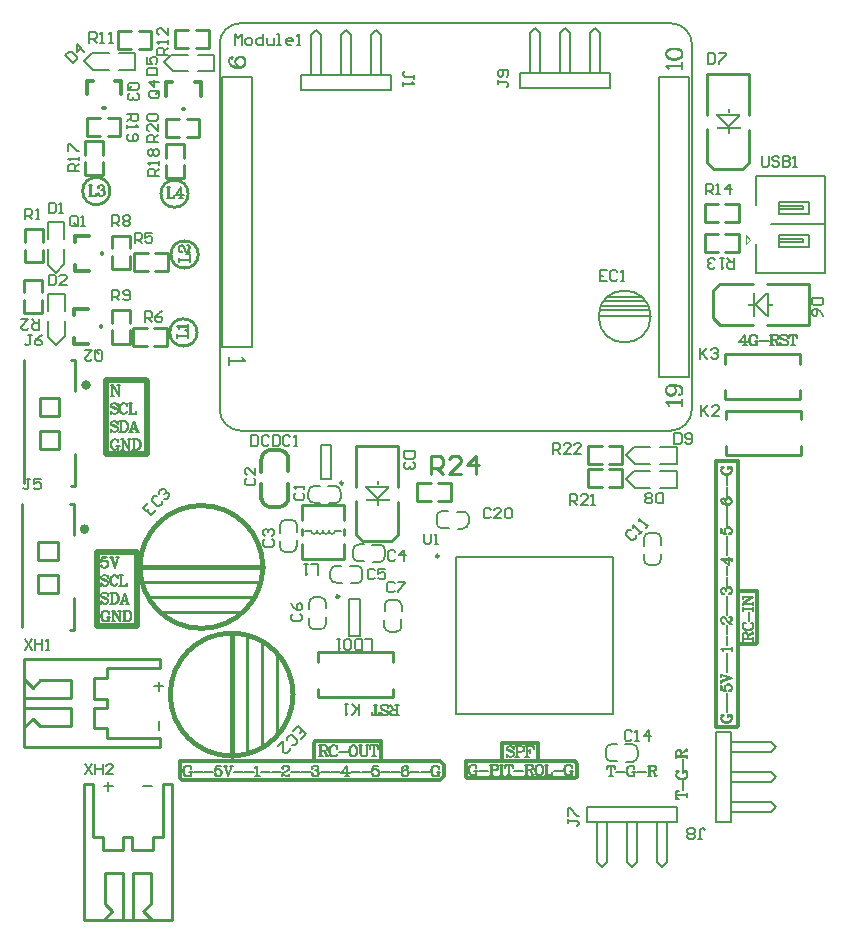
<source format=gto>
G04*
G04 #@! TF.GenerationSoftware,Altium Limited,Altium Designer,20.0.13 (296)*
G04*
G04 Layer_Color=65535*
%FSLAX44Y44*%
%MOMM*%
G71*
G01*
G75*
%ADD10C,0.2540*%
%ADD11C,0.2000*%
%ADD12C,0.2500*%
%ADD13C,0.3810*%
%ADD14C,0.2032*%
%ADD15C,0.3048*%
%ADD16C,0.1500*%
%ADD17C,0.4000*%
%ADD18C,0.3000*%
%ADD19C,0.5000*%
%ADD20C,0.1000*%
%ADD21C,0.1524*%
%ADD22C,0.1778*%
%ADD23C,0.1800*%
%ADD24C,0.1900*%
G04:AMPARAMS|DCode=25|XSize=0.2158mm|YSize=1.4216mm|CornerRadius=0mm|HoleSize=0mm|Usage=FLASHONLY|Rotation=315.000|XOffset=0mm|YOffset=0mm|HoleType=Round|Shape=Rectangle|*
%AMROTATEDRECTD25*
4,1,4,-0.5789,-0.4263,0.4263,0.5789,0.5789,0.4263,-0.4263,-0.5789,-0.5789,-0.4263,0.0*
%
%ADD25ROTATEDRECTD25*%

%ADD26R,0.2032X2.0828*%
%ADD27R,0.1905X2.1082*%
%ADD28R,0.4572X0.1778*%
G04:AMPARAMS|DCode=29|XSize=0.2158mm|YSize=1.4216mm|CornerRadius=0mm|HoleSize=0mm|Usage=FLASHONLY|Rotation=225.000|XOffset=0mm|YOffset=0mm|HoleType=Round|Shape=Rectangle|*
%AMROTATEDRECTD29*
4,1,4,-0.4263,0.5789,0.5789,-0.4263,0.4263,-0.5789,-0.5789,0.4263,-0.4263,0.5789,0.0*
%
%ADD29ROTATEDRECTD29*%

%ADD30R,0.4826X0.1778*%
%ADD31R,2.0828X0.2032*%
%ADD32R,2.1082X0.1905*%
%ADD33R,0.1778X0.4572*%
%ADD34R,0.1778X0.4826*%
D10*
X132057Y408000D02*
G03*
X132057Y408000I-11557J0D01*
G01*
X133057Y474000D02*
G03*
X133057Y474000I-11557J0D01*
G01*
X124557Y525500D02*
G03*
X124557Y525500I-11557J0D01*
G01*
X58307Y527750D02*
G03*
X58307Y527750I-11557J0D01*
G01*
X95760Y396748D02*
X106428D01*
X95760Y411988D02*
X106428D01*
X77980Y396748D02*
X89410D01*
X77980Y411988D02*
X89410D01*
X106428Y396748D02*
Y411988D01*
X77980Y396748D02*
Y411988D01*
X880Y441980D02*
Y452648D01*
X-14360Y441980D02*
Y452648D01*
X880Y424200D02*
Y435630D01*
X-14360Y424200D02*
Y435630D01*
Y452648D02*
X880D01*
X-14360Y424200D02*
X880D01*
X562102Y491490D02*
X572770D01*
X562102Y476250D02*
X572770D01*
X579120Y491490D02*
X590550D01*
X579120Y476250D02*
X590550D01*
X562102D02*
Y491490D01*
X590550Y476250D02*
Y491490D01*
X650000Y414300D02*
Y449300D01*
X615000D02*
X650000D01*
X615000Y414300D02*
X650000D01*
X574522Y414300D02*
X576834D01*
X568960Y419862D02*
X574522Y414300D01*
X576834D02*
X602462Y414300D01*
X602488Y414274D01*
X574736Y449300D02*
X577048D01*
X569174Y443738D02*
X574736Y449300D01*
X577048D02*
X602676Y449300D01*
X602702Y449326D01*
X568960Y443524D02*
X568960Y419862D01*
X568960Y443524D02*
X569174Y443738D01*
X579333Y390012D02*
X642333D01*
X579333Y352012D02*
X642333D01*
X579333Y381680D02*
Y390012D01*
X642333Y381680D02*
Y390012D01*
X579333Y352012D02*
Y359328D01*
X642333Y352012D02*
Y359328D01*
X580286Y303920D02*
X643286Y303920D01*
X580286Y341920D02*
X643286Y341920D01*
X643286Y303920D02*
Y312252D01*
X580286Y303920D02*
Y312252D01*
X643286Y334604D02*
X643286Y341920D01*
X580286Y334604D02*
Y341920D01*
X480950Y296340D02*
X491618Y296340D01*
X480950Y311580D02*
X491618D01*
X463170Y296340D02*
X474600D01*
X463170Y311580D02*
X474600D01*
X491618Y296340D02*
X491618Y311580D01*
X463170Y296340D02*
Y311580D01*
X480950Y277430D02*
X491618D01*
X480950Y292670D02*
X491618D01*
X463170Y277430D02*
X474600D01*
X463170Y292670D02*
X474600D01*
X491618Y277430D02*
Y292670D01*
X463170Y277430D02*
Y292670D01*
X100330Y171450D02*
X171450D01*
X90170Y184150D02*
X181610D01*
X85090Y196850D02*
X184150D01*
X199390Y66040D02*
Y137160D01*
X186690Y55880D02*
Y147320D01*
X173990Y149860D02*
X173990Y50800D01*
X234584Y137110D02*
X297584Y137110D01*
X234584Y99110D02*
X297584Y99110D01*
X234584Y128778D02*
X234584Y137110D01*
X297584Y128778D02*
Y137110D01*
X234584Y99110D02*
Y106426D01*
X297584Y99110D02*
Y106426D01*
X256541Y248919D02*
Y261619D01*
X220981D02*
X256541D01*
X220981Y248919D02*
Y261619D01*
Y215899D02*
X220981Y228599D01*
X220981Y215899D02*
X256541D01*
Y228599D01*
Y236219D02*
Y241299D01*
X220981Y236219D02*
Y241299D01*
X266980Y312180D02*
X301980D01*
X266980Y277180D02*
Y312180D01*
X301980Y277180D02*
Y312180D01*
Y236702D02*
Y239014D01*
X296418Y231140D02*
X301980Y236702D01*
Y239014D02*
Y264642D01*
X302006Y264668D01*
X266980Y236916D02*
Y239228D01*
Y236916D02*
X272542Y231354D01*
X266980Y239228D02*
X266980Y264856D01*
X266954Y264882D02*
X266980Y264856D01*
X272756Y231140D02*
X296418Y231140D01*
X272542Y231354D02*
X272756Y231140D01*
X113790Y664210D02*
X124458D01*
X113790Y648970D02*
X124458D01*
X130808Y664210D02*
X142238D01*
X130808Y648970D02*
X142238D01*
X113790D02*
Y664210D01*
X142238Y648970D02*
Y664210D01*
X82690Y648180D02*
X93358Y648180D01*
X82690Y663420D02*
X93358Y663420D01*
X64910Y648180D02*
X76340D01*
X64910Y663420D02*
X76340D01*
X93358Y663420D02*
X93358Y648180D01*
X64910Y648180D02*
Y663420D01*
X123440Y573180D02*
X134108D01*
X123440Y588420D02*
X134108D01*
X105660Y573180D02*
X117090Y573180D01*
X105660Y588420D02*
X117090D01*
X134108Y573180D02*
Y588420D01*
X105660Y573180D02*
X105660Y588420D01*
X105390Y549370D02*
X105390Y538702D01*
X120630Y549370D02*
X120630Y538702D01*
X105390Y555720D02*
Y567150D01*
X120630Y555720D02*
Y567150D01*
X105390Y538702D02*
X120630Y538702D01*
X105390Y567150D02*
X120630D01*
X37338Y551940D02*
X37338Y541272D01*
X52578D02*
Y551940D01*
X37338Y569720D02*
X37338Y558290D01*
X52578D02*
Y569720D01*
X37338Y541272D02*
X52578D01*
X37338Y569720D02*
X52578Y569720D01*
X56388Y574040D02*
X67056D01*
X56388Y589280D02*
X67056D01*
X38608Y574040D02*
X50038D01*
X38608Y589280D02*
X50038D01*
X67056Y574040D02*
Y589280D01*
X38608Y574040D02*
Y589280D01*
X336440Y265430D02*
X347108D01*
X336440Y280670D02*
X347108D01*
X318660Y265430D02*
X330090D01*
X318660Y280670D02*
X330090D01*
X347108Y265430D02*
Y280670D01*
X318660Y265430D02*
Y280670D01*
X-13970Y495808D02*
X1270D01*
X-13970Y467360D02*
X1270D01*
Y484378D02*
Y495808D01*
X-13970Y484378D02*
Y495808D01*
X1270Y467360D02*
Y478028D01*
X-13970Y467360D02*
Y478028D01*
X78740Y460248D02*
Y475488D01*
X107188Y460248D02*
Y475488D01*
X78740D02*
X90170D01*
X78740Y460248D02*
X90170D01*
X96520Y475488D02*
X107188D01*
X96520Y460248D02*
X107188D01*
X59690Y461518D02*
X74930D01*
X59690Y489966D02*
X74930D01*
X59690Y461518D02*
Y472948D01*
X74930Y461518D02*
Y472948D01*
X59690Y479298D02*
Y489966D01*
X74930Y479298D02*
Y489966D01*
X59690Y398528D02*
X74930D01*
X59690Y426976D02*
X74930D01*
X59690Y398528D02*
Y409958D01*
X74930Y398528D02*
Y409958D01*
X59690Y416308D02*
Y426976D01*
X74930Y416308D02*
Y426976D01*
X590550Y501650D02*
Y516890D01*
X562102Y501650D02*
Y516890D01*
X579120Y501650D02*
X590550D01*
X579120Y516890D02*
X590550D01*
X562102Y501650D02*
X572770D01*
X562102Y516890D02*
X572770D01*
X-620Y74680D02*
X25470D01*
X25470Y89680D02*
X25470Y74680D01*
X-14530Y89680D02*
X25470D01*
X-6985Y81045D02*
X-620Y74680D01*
X-14250Y73780D02*
X-6985Y81045D01*
X-14250Y114580D02*
X-6985Y107315D01*
X-620Y113680D01*
X-14530Y98680D02*
X25470D01*
X25470Y113680D02*
X25470Y98680D01*
X-620Y113680D02*
X25470D01*
X-14530Y57180D02*
X100470D01*
X-14530Y131180D02*
X100470D01*
Y123680D02*
Y131180D01*
X-14530Y57180D02*
Y131180D01*
X55470Y123680D02*
X100470D01*
X55470Y115430D02*
Y123680D01*
X44470Y115430D02*
X55470D01*
X44470Y97930D02*
Y115430D01*
Y97930D02*
X55470D01*
X55470Y90430D02*
X55470Y97930D01*
X44470Y90430D02*
X55470D01*
X44470Y72930D02*
Y90430D01*
Y72930D02*
X55470D01*
X55470Y64680D02*
X55470Y72930D01*
Y64680D02*
X100470D01*
Y57180D02*
Y64680D01*
X569722Y546314D02*
X569936Y546100D01*
X593598Y546100D01*
X564134Y579842D02*
X564160Y579816D01*
X564160Y554188D01*
Y551876D02*
X569722Y546314D01*
X564160Y551876D02*
Y554188D01*
X599160Y579602D02*
X599186Y579628D01*
X599160Y553974D02*
X599160Y579602D01*
X593598Y546100D02*
X599160Y551662D01*
Y553974D01*
X599160Y592140D02*
Y627140D01*
X564160Y592140D02*
Y627140D01*
X599160D01*
X-2540Y202562D02*
X13970D01*
X-2540Y187322D02*
X13970Y187322D01*
X-2540Y187322D02*
Y202562D01*
X13970Y187322D02*
Y202562D01*
Y215400D02*
Y230640D01*
X-2540Y215400D02*
X13970D01*
X-2540Y230640D02*
X-2540Y215400D01*
X-2540Y230640D02*
X13970D01*
X-15930Y158812D02*
Y262882D01*
X24130Y263152D02*
X27686D01*
Y236482D02*
Y263152D01*
Y156334D02*
Y183004D01*
X24130Y156334D02*
X27686D01*
X-1270Y324482D02*
X15240D01*
X-1270Y309242D02*
X15240D01*
X-1270Y324482D02*
X-1270Y309242D01*
X15240Y324482D02*
X15240Y309242D01*
X15240Y337320D02*
Y352560D01*
X-1270Y337320D02*
X15240D01*
X-1270D02*
Y352560D01*
X15240D01*
X-14660Y280732D02*
Y384802D01*
X25400Y385072D02*
X28956D01*
Y358402D02*
Y385072D01*
Y278254D02*
Y304924D01*
X25400Y278254D02*
X28956Y278254D01*
X92960Y-75550D02*
Y-49460D01*
X77960D02*
X92960D01*
X77960Y-89460D02*
Y-49460D01*
X86595Y-81915D02*
X92960Y-75550D01*
X86595Y-81915D02*
X93860Y-89180D01*
X53060Y-89180D02*
X60325Y-81915D01*
X53960Y-75550D02*
X60325Y-81915D01*
X68960Y-89460D02*
Y-49460D01*
X53960D02*
X68960D01*
X53960Y-75550D02*
Y-49460D01*
X110460Y-89460D02*
X110460Y25540D01*
X36460Y-89460D02*
X36460Y25540D01*
X43960D01*
X36460Y-89460D02*
X110460D01*
X43960Y25540D02*
X43960Y-19460D01*
X52210Y-19460D01*
X52210Y-30460D01*
X69710D01*
Y-19460D01*
X77210Y-19460D01*
X77210Y-30460D01*
X94710D01*
Y-19460D01*
X102960D01*
X102960D02*
Y25540D01*
X110460D01*
X330437Y287882D02*
Y303118D01*
X338054D01*
X340593Y300578D01*
Y295500D01*
X338054Y292961D01*
X330437D01*
X335515D02*
X340593Y287882D01*
X355828D02*
X345672D01*
X355828Y298039D01*
Y300578D01*
X353289Y303118D01*
X348211D01*
X345672Y300578D01*
X368524Y287882D02*
Y303118D01*
X360907Y295500D01*
X371063D01*
D11*
X249520Y263434D02*
G03*
X253584Y268006I-254J4318D01*
G01*
X226406Y268006D02*
G03*
X231740Y263688I4826J508D01*
G01*
X231740Y278166D02*
G03*
X226406Y273086I-127J-5207D01*
G01*
X253584Y273086D02*
G03*
X249520Y277912I-4445J381D01*
G01*
X338970Y256662D02*
G03*
X334906Y252090I254J-4318D01*
G01*
X362084Y252090D02*
G03*
X356750Y256408I-4826J-508D01*
G01*
X356750Y241930D02*
G03*
X362084Y247010I127J5207D01*
G01*
X334906Y247010D02*
G03*
X338970Y242184I4445J-381D01*
G01*
X524876Y234060D02*
G03*
X520304Y238124I-4318J-254D01*
G01*
X520304Y210946D02*
G03*
X524622Y216280I-508J4826D01*
G01*
X510144Y216280D02*
G03*
X515224Y210946I5207J-127D01*
G01*
X515224Y238124D02*
G03*
X510398Y234060I-381J-4445D01*
G01*
X501020Y44684D02*
G03*
X505084Y49256I-254J4318D01*
G01*
X477906D02*
G03*
X483240Y44938I4826J508D01*
G01*
Y59416D02*
G03*
X477906Y54336I-127J-5207D01*
G01*
X505084Y54336D02*
G03*
X501020Y59162I-4445J381D01*
G01*
X290644Y158790D02*
G03*
X295216Y154726I4318J254D01*
G01*
X295216Y181904D02*
G03*
X290898Y176570I508J-4826D01*
G01*
X305376Y176570D02*
G03*
X300296Y181904I-5207J127D01*
G01*
X300296Y154726D02*
G03*
X305122Y158790I381J4445D01*
G01*
X226648Y160760D02*
G03*
X231220Y156696I4318J254D01*
G01*
Y183874D02*
G03*
X226902Y178540I508J-4826D01*
G01*
X241380Y178540D02*
G03*
X236300Y183874I-5207J127D01*
G01*
Y156696D02*
G03*
X241126Y160760I381J4445D01*
G01*
X287020Y213868D02*
G03*
X291084Y218440I-254J4318D01*
G01*
X263906Y218440D02*
G03*
X269240Y214122I4826J508D01*
G01*
X269240Y228600D02*
G03*
X263906Y223520I-127J-5207D01*
G01*
X291084Y223520D02*
G03*
X287020Y228346I-4445J381D01*
G01*
X267970Y195834D02*
G03*
X272034Y200406I-254J4318D01*
G01*
X244856D02*
G03*
X250190Y196088I4826J508D01*
G01*
Y210566D02*
G03*
X244856Y205486I-127J-5207D01*
G01*
X272034Y205486D02*
G03*
X267970Y210312I-4445J381D01*
G01*
X216662Y245110D02*
G03*
X212090Y249174I-4318J-254D01*
G01*
Y221996D02*
G03*
X216408Y227330I-508J4826D01*
G01*
X201930Y227330D02*
G03*
X207010Y221996I5207J-127D01*
G01*
Y249174D02*
G03*
X202184Y245110I-381J-4445D01*
G01*
X516030Y421520D02*
G03*
X516030Y421520I-22000J0D01*
G01*
X584200Y-6350D02*
Y69850D01*
X571500D02*
X584200D01*
Y2117D02*
X618067D01*
X622300Y6350D01*
X618067Y10583D02*
X622300Y6350D01*
X584200Y10583D02*
X618067Y10583D01*
X584200Y27517D02*
X618067D01*
X622300Y31750D01*
X618067Y35983D02*
X622300Y31750D01*
X584200Y35983D02*
X618067Y35983D01*
X584200Y52917D02*
X618067Y52917D01*
X622300Y57150D01*
X618067Y61383D02*
X622300Y57150D01*
X584200Y61383D02*
X618067D01*
X571500Y-6350D02*
X584200D01*
X571500D02*
X571500Y69850D01*
X243678Y263434D02*
X249520D01*
X253584Y268006D02*
Y273086D01*
X242916Y277912D02*
X249520D01*
X231740Y278166D02*
X235804D01*
X226406Y268006D02*
X226406Y273086D01*
X231740Y263688D02*
X236312D01*
X351330Y84630D02*
Y217630D01*
Y84630D02*
X484330D01*
Y217630D01*
X351330D02*
X484330D01*
X338970Y256662D02*
X344812D01*
X334906Y247010D02*
Y252090D01*
X338970Y242184D02*
X345574Y242184D01*
X352686Y241930D02*
X356750D01*
X362084Y252090D02*
X362084Y247010D01*
X352178Y256408D02*
X356750Y256408D01*
X524876Y228218D02*
Y234060D01*
X515224Y238124D02*
X520304D01*
X510398Y227456D02*
X510398Y234060D01*
X510144Y216280D02*
Y220344D01*
X515224Y210946D02*
X520304D01*
X524622Y220852D02*
X524622Y216280D01*
X495178Y44684D02*
X501020D01*
X505084Y49256D02*
Y54336D01*
X494416Y59162D02*
X501020D01*
X483240Y59416D02*
X487304D01*
X477906Y54336D02*
X477906Y49256D01*
X483240Y44938D02*
X487812D01*
X462280Y-6350D02*
X538480D01*
Y6350D01*
X470747Y-40217D02*
Y-6350D01*
Y-40217D02*
X474980Y-44450D01*
X479213Y-40217D01*
Y-6350D01*
X496147Y-40217D02*
Y-6350D01*
Y-40217D02*
X500380Y-44450D01*
X504613Y-40217D01*
Y-6350D01*
X521547Y-40217D02*
Y-6350D01*
Y-40217D02*
X525780Y-44450D01*
X530013Y-40217D01*
Y-6350D01*
X462280D02*
Y6350D01*
X538480D01*
X290644Y158790D02*
Y164632D01*
X295216Y154726D02*
X300296D01*
X305122Y158790D02*
X305122Y165394D01*
X305376Y172506D02*
Y176570D01*
X295216Y181904D02*
X300296D01*
X290898Y176570D02*
X290898Y171998D01*
X270328Y151049D02*
Y182049D01*
X260328Y151049D02*
Y182049D01*
Y151049D02*
X270328D01*
X260328Y182049D02*
X270328D01*
X226648Y160760D02*
Y166602D01*
X231220Y156696D02*
X236300Y156696D01*
X241126Y160760D02*
Y167364D01*
X241380Y174476D02*
Y178540D01*
X231220Y183874D02*
X236300Y183874D01*
X226902Y173968D02*
Y178540D01*
X281178Y213868D02*
X287020Y213868D01*
X291084Y218440D02*
X291084Y223520D01*
X280416Y228346D02*
X287020D01*
X269240Y228600D02*
X273304D01*
X263906Y218440D02*
Y223520D01*
X269240Y214122D02*
X273812Y214122D01*
X262128Y195834D02*
X267970D01*
X272034Y200406D02*
Y205486D01*
X261366Y210312D02*
X267970Y210312D01*
X250190Y210566D02*
X254254D01*
X244856Y200406D02*
Y205486D01*
X250190Y196088D02*
X254762Y196088D01*
X216662Y245110D02*
X216662Y239268D01*
X207010Y249174D02*
X212090Y249174D01*
X202184Y238506D02*
Y245110D01*
X201930Y227330D02*
Y231394D01*
X207010Y221996D02*
X212090Y221996D01*
X216408Y231902D02*
X216408Y227330D01*
X237300Y283950D02*
Y312950D01*
X245300Y283950D02*
Y312950D01*
X237300D02*
X245300D01*
X237300Y283950D02*
X245300D01*
X405130Y627380D02*
X481330D01*
X405130Y614680D02*
Y627380D01*
X472863D02*
X472863Y661247D01*
X468630Y665480D02*
X472863Y661247D01*
X464397D02*
X468630Y665480D01*
X464397Y627380D02*
Y661247D01*
X447463Y627380D02*
Y661247D01*
X443230Y665480D02*
X447463Y661247D01*
X438997D02*
X443230Y665480D01*
X438997Y661247D02*
X438997Y627380D01*
X422063D02*
X422063Y661247D01*
X417830Y665480D02*
X422063Y661247D01*
X413597D02*
X417830Y665480D01*
X413597Y627380D02*
Y661247D01*
X481330Y627380D02*
X481330Y614680D01*
X405130D02*
X481330D01*
X219710Y613410D02*
X295910D01*
X295910Y626110D02*
X295910Y613410D01*
X228177Y626110D02*
Y659977D01*
X232410Y664210D01*
X236643Y659977D01*
X236643Y626110D02*
X236643Y659977D01*
X253577D02*
X253577Y626110D01*
X253577Y659977D02*
X257810Y664210D01*
X262043Y659977D01*
Y626110D02*
Y659977D01*
X278977Y626110D02*
Y659977D01*
X283210Y664210D01*
X287443Y659977D01*
X287443Y626110D02*
X287443Y659977D01*
X219710Y613410D02*
Y626110D01*
X295910D01*
X153390Y395685D02*
X178790D01*
X523390Y624380D02*
X548790D01*
X523390Y389480D02*
X523390Y624380D01*
X523390Y389480D02*
X523390Y370430D01*
X548790D01*
Y624380D01*
X178790Y395685D02*
Y624385D01*
X153390Y395685D02*
Y414735D01*
Y624385D01*
X178790D01*
X514030Y421520D02*
X515620D01*
X472440D02*
X514030D01*
D12*
X336830Y218630D02*
G03*
X336830Y218630I-1250J0D01*
G01*
X252328Y184549D02*
G03*
X252328Y184549I-1250J0D01*
G01*
X255800Y280450D02*
G03*
X255800Y280450I-1250J0D01*
G01*
D13*
X187763Y209491D02*
G03*
X187763Y209491I-52000J0D01*
G01*
X213349Y101473D02*
G03*
X213349Y101473I-52000J0D01*
G01*
X105393Y209491D02*
X105464D01*
X85073Y209491D02*
X85144D01*
X83923D02*
X186613D01*
X95191D02*
X95250D01*
X105351D02*
X105393Y209491D01*
X115511D02*
X115570Y209491D01*
X176471D02*
X176530D01*
X186631Y209491D02*
X187763Y209491D01*
X115511Y209491D02*
X115511D01*
X156151Y209491D02*
X156210D01*
X161349Y71174D02*
X161349Y71103D01*
X161349Y50783D02*
Y50854D01*
Y49633D02*
X161349Y152323D01*
X161349Y60960D02*
X161349Y60901D01*
Y71061D02*
X161349Y71103D01*
X161349Y81280D02*
X161349Y81221D01*
X161349Y142181D02*
Y142240D01*
Y152341D02*
Y153473D01*
X161349Y81221D02*
Y81221D01*
X161349Y121861D02*
Y121920D01*
D14*
X243841Y240029D02*
G03*
X248921Y240029I2540J0D01*
G01*
X238761D02*
G03*
X243841Y240029I2540J0D01*
G01*
X233681D02*
G03*
X238761Y240029I2540J0D01*
G01*
X228601D02*
G03*
X233681Y240029I2540J0D01*
G01*
X524458Y276501D02*
X537920Y276501D01*
X538174D01*
Y290217D01*
Y290725D01*
X524458D02*
X538174D01*
X501788D02*
X515822D01*
X495121Y284058D02*
X501788Y290725D01*
X502677Y276501D02*
X515822Y276501D01*
X495121Y284058D02*
X502677Y276501D01*
X524458Y296848D02*
X537920Y296848D01*
X538174D01*
X538174Y310564D01*
X538174Y311072D02*
X538174Y310564D01*
X524458Y311072D02*
X538174D01*
X501788D02*
X515822D01*
X495121Y304405D02*
X501788Y311072D01*
X502677Y296848D02*
X515822Y296848D01*
X495121Y304405D02*
X502677Y296848D01*
X223521Y240029D02*
X228601Y240029D01*
X248921Y240029D02*
X254001D01*
X133095Y629093D02*
X146557Y629093D01*
X146811D01*
Y642809D01*
Y643317D01*
X133095Y643317D02*
X146811Y643317D01*
X110425D02*
X124459D01*
X103758Y636650D02*
X110425Y643317D01*
X111315Y629093D02*
X124459Y629093D01*
X103758Y636650D02*
X111315Y629093D01*
X65786Y630428D02*
X79248Y630428D01*
X79502D01*
Y644144D01*
X79502Y644652D02*
X79502Y644144D01*
X65786Y644652D02*
X79502D01*
X43116D02*
X57150D01*
X36449Y637985D02*
X43116Y644652D01*
X44006Y630428D02*
X57150Y630428D01*
X36449Y637985D02*
X44006Y630428D01*
X12255Y458089D02*
X19812Y465646D01*
X19812Y478790D02*
X19812Y465646D01*
X5588Y464756D02*
X12255Y458089D01*
X5588Y464756D02*
Y478790D01*
Y501142D02*
X5588Y487426D01*
X5588Y501142D02*
X6096D01*
X19812D01*
Y500888D02*
Y501142D01*
X19812Y487426D02*
X19812Y500888D01*
X12320Y397128D02*
X19877Y404685D01*
X19877Y417829D02*
X19877Y404685D01*
X5653Y403795D02*
X12320Y397128D01*
X5653Y403795D02*
Y417829D01*
Y440181D02*
X5653Y426465D01*
X5653Y440181D02*
X6161D01*
X19877D01*
Y439927D02*
Y440181D01*
X19877Y426465D02*
X19877Y439927D01*
X531767Y630655D02*
X531102Y631985D01*
X529106Y633980D01*
X543073D01*
X529771Y633315D02*
X543073D01*
Y630655D02*
Y636641D01*
X529106Y643026D02*
X529771Y641031D01*
X531767Y639700D01*
X535092Y639035D01*
X537088D01*
X540413Y639700D01*
X542408Y641031D01*
X543073Y643026D01*
Y644356D01*
X542408Y646351D01*
X540413Y647682D01*
X537088Y648347D01*
X535092D01*
X531767Y647682D01*
X529771Y646351D01*
X529106Y644356D01*
Y643026D01*
X529771Y641696D01*
X530437Y641031D01*
X531767Y640365D01*
X535092Y639700D01*
X537088D01*
X540413Y640365D01*
X541743Y641031D01*
X542408Y641696D01*
X543073Y643026D01*
Y644356D02*
X542408Y645686D01*
X541743Y646351D01*
X540413Y647016D01*
X537088Y647682D01*
X535092D01*
X531767Y647016D01*
X530437Y646351D01*
X529771Y645686D01*
X529106Y644356D01*
X531767Y345905D02*
X531102Y347235D01*
X529106Y349230D01*
X543073D01*
X529771Y348565D02*
X543073D01*
Y345905D02*
Y351891D01*
X533762Y362932D02*
X535757Y362266D01*
X537088Y360936D01*
X537753Y358941D01*
Y358276D01*
X537088Y356281D01*
X535757Y354950D01*
X533762Y354285D01*
X533097D01*
X531102Y354950D01*
X529771Y356281D01*
X529106Y358276D01*
Y359606D01*
X529771Y361601D01*
X531102Y362932D01*
X533097Y363597D01*
X537088D01*
X539748Y362932D01*
X541078Y362266D01*
X542408Y360936D01*
X543073Y358941D01*
Y356946D01*
X542408Y355615D01*
X541078Y354950D01*
X540413D01*
X539748Y355615D01*
X540413Y356281D01*
X541078Y355615D01*
X537753Y358276D02*
X537088Y356946D01*
X535757Y355615D01*
X533762Y354950D01*
X533097D01*
X531102Y355615D01*
X529771Y356946D01*
X529106Y358276D01*
Y359606D02*
X529771Y360936D01*
X531102Y362266D01*
X533097Y362932D01*
X537088D01*
X539748Y362266D01*
X541078Y361601D01*
X542408Y360271D01*
X543073Y358941D01*
X168418Y632934D02*
X166423Y633599D01*
X165092Y634929D01*
X164427Y636924D01*
Y637589D01*
X165092Y639585D01*
X166423Y640915D01*
X168418Y641580D01*
X169083D01*
X171078Y640915D01*
X172408Y639585D01*
X173074Y637589D01*
Y636259D01*
X172408Y634264D01*
X171078Y632934D01*
X169083Y632269D01*
X165092D01*
X162432Y632934D01*
X161102Y633599D01*
X159772Y634929D01*
X159107Y636924D01*
Y638920D01*
X159772Y640250D01*
X161102Y640915D01*
X161767D01*
X162432Y640250D01*
X161767Y639585D01*
X161102Y640250D01*
X164427Y637589D02*
X165092Y638920D01*
X166423Y640250D01*
X168418Y640915D01*
X169083D01*
X171078Y640250D01*
X172408Y638920D01*
X173074Y637589D01*
Y636259D02*
X172408Y634929D01*
X171078Y633599D01*
X169083Y632934D01*
X165092D01*
X162432Y633599D01*
X161102Y634264D01*
X159772Y635594D01*
X159107Y636924D01*
X170413Y386830D02*
X171078Y385500D01*
X173074Y383504D01*
X159107D01*
X172408Y384170D02*
X159107D01*
Y386830D02*
Y380844D01*
D15*
X186544Y268368D02*
G03*
X194708Y260204I8164J0D01*
G01*
X201276Y260204D02*
G03*
X209440Y268368I0J8164D01*
G01*
Y300336D02*
G03*
X201276Y308500I-8164J0D01*
G01*
X194708D02*
G03*
X186544Y300336I0J-8164D01*
G01*
X27940Y427736D02*
X39370D01*
X27940Y398526D02*
X39370D01*
X27940Y422656D02*
Y427736D01*
X50800Y412496D02*
Y413766D01*
X27940Y403606D02*
X27940Y398526D01*
X209440Y290431D02*
Y300336D01*
Y279290D02*
X209440Y268368D01*
X186580Y267098D02*
Y279290D01*
X194708Y260205D02*
X201022D01*
X194962Y308500D02*
X201276Y308500D01*
X186580Y289450D02*
Y300372D01*
X135128Y608330D02*
Y619760D01*
X105918Y608330D02*
Y619760D01*
X130048D02*
X135128Y619760D01*
X119888Y596900D02*
X121158Y596900D01*
X105918Y619760D02*
X110998Y619760D01*
X67818Y609600D02*
Y621030D01*
X38608Y609600D02*
Y621030D01*
X62738D02*
X67818Y621030D01*
X52578Y598170D02*
X53848D01*
X38608Y621030D02*
X43688D01*
X29031Y465226D02*
X29031Y460146D01*
X51891Y474116D02*
Y475386D01*
X29031Y484276D02*
Y489356D01*
X29031Y460146D02*
X40461D01*
X29031Y489356D02*
X40461D01*
D16*
X151090Y342906D02*
G03*
X169140Y324905I18043J42D01*
G01*
X533088D02*
G03*
X551090Y342955I-42J18043D01*
G01*
Y651904D02*
G03*
X533040Y669905I-18043J-42D01*
G01*
X169091D02*
G03*
X151090Y651855I42J-18043D01*
G01*
X605734Y458016D02*
Y482529D01*
Y516311D02*
Y540566D01*
X618434Y499420D02*
X663773D01*
X169025Y324905D02*
X533088D01*
X551090Y342955D02*
Y651904D01*
X169091Y669905D02*
X533040Y669905D01*
X151090Y342792D02*
Y651855D01*
D17*
X38830Y241562D02*
G03*
X38830Y241562I-2000J0D01*
G01*
X40100Y363482D02*
G03*
X40100Y363482I-2000J0D01*
G01*
D18*
X589750Y144000D02*
X605250D01*
X606250Y145000D01*
Y189250D01*
X590250D02*
X606250D01*
X571250Y74000D02*
X589000D01*
X589750Y74750D01*
Y298750D01*
X571250D02*
X589750D01*
X571250Y74000D02*
Y298750D01*
X420500Y45000D02*
Y60750D01*
X390500D02*
X420500D01*
X390500Y45500D02*
Y60750D01*
X359500Y44750D02*
X451750D01*
X453500Y43000D01*
Y31750D02*
Y43000D01*
X452250Y30500D02*
X453500Y31750D01*
X360750Y30500D02*
X452250D01*
X359500Y31750D02*
X360750Y30500D01*
X359500Y31750D02*
Y44750D01*
X229500Y45500D02*
X286500D01*
X215500D02*
X229500D01*
X231000Y47000D01*
Y60750D01*
X232000Y61750D01*
X287500D01*
X288000Y61250D01*
Y45500D02*
Y61250D01*
Y45500D02*
X337500D01*
X341000Y42000D01*
Y32250D02*
Y42000D01*
X337750Y29000D02*
X341000Y32250D01*
X119000Y29000D02*
X337750D01*
X117500Y30500D02*
X119000Y29000D01*
X117500Y30500D02*
Y45500D01*
X215500D01*
D19*
X47000Y159500D02*
Y222500D01*
Y159500D02*
X81500D01*
Y221750D01*
X80750Y222500D02*
X81500Y221750D01*
X47000Y222500D02*
X80750D01*
X55000Y368000D02*
X88750D01*
X89500Y367250D01*
Y305000D02*
Y367250D01*
X55000Y305000D02*
X89500D01*
X55000D02*
Y368000D01*
D20*
X596844Y482656D02*
X600654Y486466D01*
X596844Y482656D02*
Y490276D01*
X600654Y486466D01*
D21*
X624914Y514660D02*
X644764D01*
Y512120D02*
Y514660D01*
X624914Y512120D02*
X644764D01*
X624914Y486720D02*
X644764D01*
Y486212D02*
Y486720D01*
Y484180D02*
Y486212D01*
X624914Y484180D02*
X644764D01*
X624914Y508380D02*
Y518380D01*
Y508380D02*
X649914D01*
Y518380D01*
X624914D02*
X649914D01*
X624914Y480572D02*
Y490572D01*
X649914D01*
Y480572D02*
Y490572D01*
X624914Y480572D02*
X649914D01*
X605734Y458016D02*
X663519D01*
X663773Y458270D02*
Y540312D01*
X605734Y540566D02*
X663773D01*
D22*
X473710Y426720D02*
X515620D01*
X474980Y430530D02*
X513080D01*
X476250Y434340D02*
X511810D01*
X480060Y438150D02*
X508000D01*
D23*
X56906Y19737D02*
Y27450D01*
X53050Y23594D02*
X60763D01*
X86214D02*
X93927D01*
X126549Y39763D02*
X126977Y38477D01*
Y41048D01*
X126549Y39763D01*
X125692Y40620D01*
X124406Y41048D01*
X123549D01*
X122264Y40620D01*
X121407Y39763D01*
X120978Y38906D01*
X120550Y37620D01*
Y35478D01*
X120978Y34192D01*
X121407Y33335D01*
X122264Y32478D01*
X123549Y32050D01*
X124406D01*
X125692Y32478D01*
X126549Y33335D01*
X123549Y41048D02*
X122692Y40620D01*
X121835Y39763D01*
X121407Y38906D01*
X120978Y37620D01*
Y35478D01*
X121407Y34192D01*
X121835Y33335D01*
X122692Y32478D01*
X123549Y32050D01*
X126549Y35478D02*
Y32050D01*
X126977Y35478D02*
Y32050D01*
X125263Y35478D02*
X128263D01*
X129419Y35906D02*
X137132D01*
X138289D02*
X146002D01*
X148016Y41048D02*
X147159Y36763D01*
X148016Y37620D01*
X149301Y38049D01*
X150586D01*
X151872Y37620D01*
X152729Y36763D01*
X153157Y35478D01*
Y34621D01*
X152729Y33335D01*
X151872Y32478D01*
X150586Y32050D01*
X149301D01*
X148016Y32478D01*
X147587Y32907D01*
X147159Y33764D01*
Y34192D01*
X147587Y34621D01*
X148016Y34192D01*
X147587Y33764D01*
X150586Y38049D02*
X151443Y37620D01*
X152300Y36763D01*
X152729Y35478D01*
Y34621D01*
X152300Y33335D01*
X151443Y32478D01*
X150586Y32050D01*
X148016Y41048D02*
X152300D01*
X148016Y40620D02*
X150158D01*
X152300Y41048D01*
X155343D02*
X158342Y32050D01*
X155771Y41048D02*
X158342Y33335D01*
X161341Y41048D02*
X158342Y32050D01*
X154486Y41048D02*
X157057D01*
X159627D02*
X162198D01*
X163355Y35906D02*
X171068D01*
X172225D02*
X179937D01*
X181094Y39334D02*
X181951Y39763D01*
X183237Y41048D01*
Y32050D01*
X182808Y40620D02*
Y32050D01*
X181094D02*
X184951D01*
X186493Y35906D02*
X194206D01*
X195363D02*
X203075D01*
X204661Y39334D02*
X205089Y38906D01*
X204661Y38477D01*
X204232Y38906D01*
Y39334D01*
X204661Y40191D01*
X205089Y40620D01*
X206374Y41048D01*
X208088D01*
X209374Y40620D01*
X209802Y40191D01*
X210231Y39334D01*
Y38477D01*
X209802Y37620D01*
X208517Y36763D01*
X206374Y35906D01*
X205518Y35478D01*
X204661Y34621D01*
X204232Y33335D01*
Y32050D01*
X208088Y41048D02*
X208945Y40620D01*
X209374Y40191D01*
X209802Y39334D01*
Y38477D01*
X209374Y37620D01*
X208088Y36763D01*
X206374Y35906D01*
X204232Y32907D02*
X204661Y33335D01*
X205518D01*
X207660Y32478D01*
X208945D01*
X209802Y32907D01*
X210231Y33335D01*
Y34192D01*
X205518Y33335D02*
X207660Y32050D01*
X209374D01*
X209802Y32478D01*
X210231Y33335D01*
X211559Y35906D02*
X219272D01*
X220429D02*
X228141D01*
X229727Y39334D02*
X230155Y38906D01*
X229727Y38477D01*
X229298Y38906D01*
Y39334D01*
X229727Y40191D01*
X230155Y40620D01*
X231441Y41048D01*
X233155D01*
X234440Y40620D01*
X234868Y39763D01*
Y38477D01*
X234440Y37620D01*
X233155Y37192D01*
X231869D01*
X233155Y41048D02*
X234011Y40620D01*
X234440Y39763D01*
Y38477D01*
X234011Y37620D01*
X233155Y37192D01*
X234011Y36763D01*
X234868Y35906D01*
X235297Y35049D01*
Y33764D01*
X234868Y32907D01*
X234440Y32478D01*
X233155Y32050D01*
X231441D01*
X230155Y32478D01*
X229727Y32907D01*
X229298Y33764D01*
Y34192D01*
X229727Y34621D01*
X230155Y34192D01*
X229727Y33764D01*
X234440Y36335D02*
X234868Y35049D01*
Y33764D01*
X234440Y32907D01*
X234011Y32478D01*
X233155Y32050D01*
X236625Y35906D02*
X244338D01*
X245495D02*
X253207D01*
X258649Y40191D02*
Y32050D01*
X261220Y34621D02*
X254364D01*
X259077Y41048D01*
Y32050D01*
X257364D02*
X260363D01*
X262463Y35906D02*
X270175D01*
X271332D02*
X279045D01*
X281059Y41048D02*
X280201Y36763D01*
X281059Y37620D01*
X282344Y38049D01*
X283629D01*
X284915Y37620D01*
X285772Y36763D01*
X286200Y35478D01*
Y34621D01*
X285772Y33335D01*
X284915Y32478D01*
X283629Y32050D01*
X282344D01*
X281059Y32478D01*
X280630Y32907D01*
X280201Y33764D01*
Y34192D01*
X280630Y34621D01*
X281059Y34192D01*
X280630Y33764D01*
X283629Y38049D02*
X284486Y37620D01*
X285343Y36763D01*
X285772Y35478D01*
Y34621D01*
X285343Y33335D01*
X284486Y32478D01*
X283629Y32050D01*
X281059Y41048D02*
X285343D01*
X281059Y40620D02*
X283201D01*
X285343Y41048D01*
X287529Y35906D02*
X295241D01*
X296398D02*
X304111D01*
X310409Y39763D02*
X309981Y39334D01*
X310409Y38906D01*
X310838Y39334D01*
Y39763D01*
X310409Y40620D01*
X309552Y41048D01*
X308267D01*
X306982Y40620D01*
X306125Y39763D01*
X305696Y38906D01*
X305268Y37192D01*
Y34621D01*
X305696Y33335D01*
X306553Y32478D01*
X307838Y32050D01*
X308695D01*
X309981Y32478D01*
X310838Y33335D01*
X311266Y34621D01*
Y35049D01*
X310838Y36335D01*
X309981Y37192D01*
X308695Y37620D01*
X308267D01*
X306982Y37192D01*
X306125Y36335D01*
X305696Y35049D01*
X308267Y41048D02*
X307410Y40620D01*
X306553Y39763D01*
X306125Y38906D01*
X305696Y37192D01*
Y34621D01*
X306125Y33335D01*
X306982Y32478D01*
X307838Y32050D01*
X308695D02*
X309552Y32478D01*
X310409Y33335D01*
X310838Y34621D01*
Y35049D01*
X310409Y36335D01*
X309552Y37192D01*
X308695Y37620D01*
X312595Y35906D02*
X320307D01*
X321464D02*
X329177D01*
X336332Y39763D02*
X336761Y38477D01*
Y41048D01*
X336332Y39763D01*
X335475Y40620D01*
X334190Y41048D01*
X333333D01*
X332048Y40620D01*
X331191Y39763D01*
X330762Y38906D01*
X330334Y37620D01*
Y35478D01*
X330762Y34192D01*
X331191Y33335D01*
X332048Y32478D01*
X333333Y32050D01*
X334190D01*
X335475Y32478D01*
X336332Y33335D01*
X333333Y41048D02*
X332476Y40620D01*
X331619Y39763D01*
X331191Y38906D01*
X330762Y37620D01*
Y35478D01*
X331191Y34192D01*
X331619Y33335D01*
X332476Y32478D01*
X333333Y32050D01*
X336332Y35478D02*
Y32050D01*
X336761Y35478D02*
Y32050D01*
X335047Y35478D02*
X338046D01*
X51907Y217651D02*
X51050Y213366D01*
X51907Y214223D01*
X53192Y214652D01*
X54478D01*
X55763Y214223D01*
X56620Y213366D01*
X57049Y212081D01*
Y211224D01*
X56620Y209939D01*
X55763Y209081D01*
X54478Y208653D01*
X53192D01*
X51907Y209081D01*
X51479Y209510D01*
X51050Y210367D01*
Y210795D01*
X51479Y211224D01*
X51907Y210795D01*
X51479Y210367D01*
X54478Y214652D02*
X55335Y214223D01*
X56192Y213366D01*
X56620Y212081D01*
Y211224D01*
X56192Y209939D01*
X55335Y209081D01*
X54478Y208653D01*
X51907Y217651D02*
X56192D01*
X51907Y217223D02*
X54049D01*
X56192Y217651D01*
X59234D02*
X62233Y208653D01*
X59662Y217651D02*
X62233Y209939D01*
X65233Y217651D02*
X62233Y208653D01*
X58377Y217651D02*
X60948D01*
X63519D02*
X66090D01*
X56620Y201248D02*
X57049Y202533D01*
Y199963D01*
X56620Y201248D01*
X55763Y202105D01*
X54478Y202533D01*
X53192D01*
X51907Y202105D01*
X51050Y201248D01*
Y200391D01*
X51479Y199534D01*
X51907Y199106D01*
X52764Y198677D01*
X55335Y197820D01*
X56192Y197392D01*
X57049Y196535D01*
X51050Y200391D02*
X51907Y199534D01*
X52764Y199106D01*
X55335Y198249D01*
X56192Y197820D01*
X56620Y197392D01*
X57049Y196535D01*
Y194821D01*
X56192Y193964D01*
X54906Y193535D01*
X53621D01*
X52336Y193964D01*
X51479Y194821D01*
X51050Y196106D01*
Y193535D01*
X51479Y194821D01*
X64376Y201248D02*
X64804Y199963D01*
Y202533D01*
X64376Y201248D01*
X63519Y202105D01*
X62233Y202533D01*
X61376D01*
X60091Y202105D01*
X59234Y201248D01*
X58805Y200391D01*
X58377Y199106D01*
Y196963D01*
X58805Y195678D01*
X59234Y194821D01*
X60091Y193964D01*
X61376Y193535D01*
X62233D01*
X63519Y193964D01*
X64376Y194821D01*
X64804Y195678D01*
X61376Y202533D02*
X60519Y202105D01*
X59662Y201248D01*
X59234Y200391D01*
X58805Y199106D01*
Y196963D01*
X59234Y195678D01*
X59662Y194821D01*
X60519Y193964D01*
X61376Y193535D01*
X67375Y202533D02*
Y193535D01*
X67804Y202533D02*
Y193535D01*
X66090Y202533D02*
X69089D01*
X66090Y193535D02*
X72517D01*
Y196106D01*
X72088Y193535D01*
X56620Y186130D02*
X57049Y187416D01*
Y184845D01*
X56620Y186130D01*
X55763Y186987D01*
X54478Y187416D01*
X53192D01*
X51907Y186987D01*
X51050Y186130D01*
Y185273D01*
X51479Y184416D01*
X51907Y183988D01*
X52764Y183559D01*
X55335Y182703D01*
X56192Y182274D01*
X57049Y181417D01*
X51050Y185273D02*
X51907Y184416D01*
X52764Y183988D01*
X55335Y183131D01*
X56192Y182703D01*
X56620Y182274D01*
X57049Y181417D01*
Y179703D01*
X56192Y178846D01*
X54906Y178418D01*
X53621D01*
X52336Y178846D01*
X51479Y179703D01*
X51050Y180989D01*
Y178418D01*
X51479Y179703D01*
X59662Y187416D02*
Y178418D01*
X60091Y187416D02*
Y178418D01*
X58377Y187416D02*
X62662D01*
X63947Y186987D01*
X64804Y186130D01*
X65233Y185273D01*
X65661Y183988D01*
Y181845D01*
X65233Y180560D01*
X64804Y179703D01*
X63947Y178846D01*
X62662Y178418D01*
X58377D01*
X62662Y187416D02*
X63519Y186987D01*
X64376Y186130D01*
X64804Y185273D01*
X65233Y183988D01*
Y181845D01*
X64804Y180560D01*
X64376Y179703D01*
X63519Y178846D01*
X62662Y178418D01*
X70717Y187416D02*
X67718Y178418D01*
X70717Y187416D02*
X73717Y178418D01*
X70717Y186130D02*
X73288Y178418D01*
X68575Y180989D02*
X72431D01*
X66861Y178418D02*
X69432D01*
X72003D02*
X74574D01*
X57049Y171013D02*
X57477Y169727D01*
Y172298D01*
X57049Y171013D01*
X56192Y171870D01*
X54906Y172298D01*
X54049D01*
X52764Y171870D01*
X51907Y171013D01*
X51479Y170156D01*
X51050Y168870D01*
Y166728D01*
X51479Y165442D01*
X51907Y164585D01*
X52764Y163729D01*
X54049Y163300D01*
X54906D01*
X56192Y163729D01*
X57049Y164585D01*
X54049Y172298D02*
X53192Y171870D01*
X52336Y171013D01*
X51907Y170156D01*
X51479Y168870D01*
Y166728D01*
X51907Y165442D01*
X52336Y164585D01*
X53192Y163729D01*
X54049Y163300D01*
X57049Y166728D02*
Y163300D01*
X57477Y166728D02*
Y163300D01*
X55763Y166728D02*
X58763D01*
X61205Y172298D02*
Y163300D01*
X61634Y172298D02*
X66775Y164157D01*
X61634Y171441D02*
X66775Y163300D01*
Y172298D02*
Y163300D01*
X59920Y172298D02*
X61634D01*
X65490D02*
X68061D01*
X59920Y163300D02*
X62490D01*
X70460Y172298D02*
Y163300D01*
X70889Y172298D02*
Y163300D01*
X69175Y172298D02*
X73460D01*
X74745Y171870D01*
X75602Y171013D01*
X76030Y170156D01*
X76459Y168870D01*
Y166728D01*
X76030Y165442D01*
X75602Y164585D01*
X74745Y163729D01*
X73460Y163300D01*
X69175D01*
X73460Y172298D02*
X74317Y171870D01*
X75173Y171013D01*
X75602Y170156D01*
X76030Y168870D01*
Y166728D01*
X75602Y165442D01*
X75173Y164585D01*
X74317Y163729D01*
X73460Y163300D01*
X95737Y108594D02*
X103450D01*
X99594Y112450D02*
Y104737D01*
Y79286D02*
Y71573D01*
X482299Y41298D02*
Y32300D01*
X482728Y41298D02*
Y32300D01*
X479729Y41298D02*
X479300Y38727D01*
Y41298D01*
X485727D01*
Y38727D01*
X485299Y41298D01*
X481014Y32300D02*
X484013D01*
X487013Y36156D02*
X494725D01*
X501881Y40013D02*
X502309Y38727D01*
Y41298D01*
X501881Y40013D01*
X501024Y40870D01*
X499739Y41298D01*
X498881D01*
X497596Y40870D01*
X496739Y40013D01*
X496311Y39156D01*
X495882Y37870D01*
Y35728D01*
X496311Y34442D01*
X496739Y33585D01*
X497596Y32729D01*
X498881Y32300D01*
X499739D01*
X501024Y32729D01*
X501881Y33585D01*
X498881Y41298D02*
X498025Y40870D01*
X497168Y40013D01*
X496739Y39156D01*
X496311Y37870D01*
Y35728D01*
X496739Y34442D01*
X497168Y33585D01*
X498025Y32729D01*
X498881Y32300D01*
X501881Y35728D02*
Y32300D01*
X502309Y35728D02*
Y32300D01*
X500595Y35728D02*
X503595D01*
X504752Y36156D02*
X512464D01*
X514907Y41298D02*
Y32300D01*
X515335Y41298D02*
Y32300D01*
X513621Y41298D02*
X518763D01*
X520048Y40870D01*
X520477Y40441D01*
X520905Y39584D01*
Y38727D01*
X520477Y37870D01*
X520048Y37442D01*
X518763Y37013D01*
X515335D01*
X518763Y41298D02*
X519620Y40870D01*
X520048Y40441D01*
X520477Y39584D01*
Y38727D01*
X520048Y37870D01*
X519620Y37442D01*
X518763Y37013D01*
X513621Y32300D02*
X516621D01*
X517478Y37013D02*
X518335Y36585D01*
X518763Y36156D01*
X520048Y33157D01*
X520477Y32729D01*
X520905D01*
X521334Y33157D01*
X518335Y36585D02*
X518763Y35728D01*
X519620Y32729D01*
X520048Y32300D01*
X520905D01*
X521334Y33157D01*
Y33585D01*
X115452Y404585D02*
X124450D01*
X115452Y405014D02*
X124450D01*
X115452Y403300D02*
Y406299D01*
X124450Y403300D02*
Y409727D01*
X121879D01*
X124450Y409299D01*
X117166Y411013D02*
X116737Y411870D01*
X115452Y413155D01*
X124450D01*
X115880Y412727D02*
X124450D01*
Y411013D02*
Y414869D01*
X577237Y83549D02*
X578523Y83977D01*
X575952D01*
X577237Y83549D01*
X576380Y82692D01*
X575952Y81406D01*
Y80549D01*
X576380Y79264D01*
X577237Y78407D01*
X578094Y77978D01*
X579380Y77550D01*
X581522D01*
X582808Y77978D01*
X583665Y78407D01*
X584521Y79264D01*
X584950Y80549D01*
Y81406D01*
X584521Y82692D01*
X583665Y83549D01*
X575952Y80549D02*
X576380Y79692D01*
X577237Y78835D01*
X578094Y78407D01*
X579380Y77978D01*
X581522D01*
X582808Y78407D01*
X583665Y78835D01*
X584521Y79692D01*
X584950Y80549D01*
X581522Y83549D02*
X584950D01*
X581522Y83977D02*
X584950D01*
X581522Y82263D02*
Y85263D01*
X581094Y86419D02*
Y94132D01*
Y95289D02*
Y103002D01*
X575952Y105015D02*
X580237Y104158D01*
X579380Y105015D01*
X578951Y106301D01*
Y107586D01*
X579380Y108872D01*
X580237Y109729D01*
X581522Y110157D01*
X582379D01*
X583665Y109729D01*
X584521Y108872D01*
X584950Y107586D01*
Y106301D01*
X584521Y105015D01*
X584093Y104587D01*
X583236Y104158D01*
X582808D01*
X582379Y104587D01*
X582808Y105015D01*
X583236Y104587D01*
X578951Y107586D02*
X579380Y108443D01*
X580237Y109300D01*
X581522Y109729D01*
X582379D01*
X583665Y109300D01*
X584521Y108443D01*
X584950Y107586D01*
X575952Y105015D02*
Y109300D01*
X576380Y105015D02*
Y107158D01*
X575952Y109300D01*
Y112343D02*
X584950Y115342D01*
X575952Y112771D02*
X583665Y115342D01*
X575952Y118341D02*
X584950Y115342D01*
X575952Y111486D02*
Y114056D01*
Y116627D02*
Y119198D01*
X581094Y120355D02*
Y128068D01*
Y129225D02*
Y136937D01*
X577666Y138094D02*
X577237Y138951D01*
X575952Y140237D01*
X584950D01*
X576380Y139808D02*
X584950D01*
Y138094D02*
Y141951D01*
X581094Y143493D02*
Y151206D01*
Y152362D02*
Y160075D01*
X577666Y161660D02*
X578094Y162089D01*
X578523Y161660D01*
X578094Y161232D01*
X577666D01*
X576809Y161660D01*
X576380Y162089D01*
X575952Y163374D01*
Y165088D01*
X576380Y166374D01*
X576809Y166802D01*
X577666Y167231D01*
X578523D01*
X579380Y166802D01*
X580237Y165517D01*
X581094Y163374D01*
X581522Y162518D01*
X582379Y161660D01*
X583665Y161232D01*
X584950D01*
X575952Y165088D02*
X576380Y165945D01*
X576809Y166374D01*
X577666Y166802D01*
X578523D01*
X579380Y166374D01*
X580237Y165088D01*
X581094Y163374D01*
X584093Y161232D02*
X583665Y161660D01*
Y162518D01*
X584521Y164660D01*
Y165945D01*
X584093Y166802D01*
X583665Y167231D01*
X582808D01*
X583665Y162518D02*
X584950Y164660D01*
Y166374D01*
X584521Y166802D01*
X583665Y167231D01*
X581094Y168559D02*
Y176272D01*
Y177429D02*
Y185141D01*
X577666Y186727D02*
X578094Y187155D01*
X578523Y186727D01*
X578094Y186298D01*
X577666D01*
X576809Y186727D01*
X576380Y187155D01*
X575952Y188440D01*
Y190154D01*
X576380Y191440D01*
X577237Y191868D01*
X578523D01*
X579380Y191440D01*
X579808Y190154D01*
Y188869D01*
X575952Y190154D02*
X576380Y191011D01*
X577237Y191440D01*
X578523D01*
X579380Y191011D01*
X579808Y190154D01*
X580237Y191011D01*
X581094Y191868D01*
X581951Y192297D01*
X583236D01*
X584093Y191868D01*
X584521Y191440D01*
X584950Y190154D01*
Y188440D01*
X584521Y187155D01*
X584093Y186727D01*
X583236Y186298D01*
X582808D01*
X582379Y186727D01*
X582808Y187155D01*
X583236Y186727D01*
X580665Y191440D02*
X581951Y191868D01*
X583236D01*
X584093Y191440D01*
X584521Y191011D01*
X584950Y190154D01*
X581094Y193625D02*
Y201338D01*
Y202495D02*
Y210207D01*
X576809Y215649D02*
X584950D01*
X582379Y218220D02*
Y211364D01*
X575952Y216077D01*
X584950D01*
Y214363D02*
Y217363D01*
X581094Y219463D02*
Y227175D01*
Y228332D02*
Y236045D01*
X575952Y238058D02*
X580237Y237201D01*
X579380Y238058D01*
X578951Y239344D01*
Y240629D01*
X579380Y241915D01*
X580237Y242772D01*
X581522Y243200D01*
X582379D01*
X583665Y242772D01*
X584521Y241915D01*
X584950Y240629D01*
Y239344D01*
X584521Y238058D01*
X584093Y237630D01*
X583236Y237201D01*
X582808D01*
X582379Y237630D01*
X582808Y238058D01*
X583236Y237630D01*
X578951Y240629D02*
X579380Y241486D01*
X580237Y242343D01*
X581522Y242772D01*
X582379D01*
X583665Y242343D01*
X584521Y241486D01*
X584950Y240629D01*
X575952Y238058D02*
Y242343D01*
X576380Y238058D02*
Y240201D01*
X575952Y242343D01*
X581094Y244529D02*
Y252241D01*
Y253398D02*
Y261111D01*
X577237Y267409D02*
X577666Y266981D01*
X578094Y267409D01*
X577666Y267838D01*
X577237D01*
X576380Y267409D01*
X575952Y266552D01*
Y265267D01*
X576380Y263981D01*
X577237Y263125D01*
X578094Y262696D01*
X579808Y262268D01*
X582379D01*
X583665Y262696D01*
X584521Y263553D01*
X584950Y264839D01*
Y265695D01*
X584521Y266981D01*
X583665Y267838D01*
X582379Y268266D01*
X581951D01*
X580665Y267838D01*
X579808Y266981D01*
X579380Y265695D01*
Y265267D01*
X579808Y263981D01*
X580665Y263125D01*
X581951Y262696D01*
X575952Y265267D02*
X576380Y264410D01*
X577237Y263553D01*
X578094Y263125D01*
X579808Y262696D01*
X582379D01*
X583665Y263125D01*
X584521Y263981D01*
X584950Y264839D01*
Y265695D02*
X584521Y266552D01*
X583665Y267409D01*
X582379Y267838D01*
X581951D01*
X580665Y267409D01*
X579808Y266552D01*
X579380Y265695D01*
X581094Y269595D02*
Y277307D01*
Y278464D02*
Y286177D01*
X577237Y293332D02*
X578523Y293761D01*
X575952D01*
X577237Y293332D01*
X576380Y292475D01*
X575952Y291190D01*
Y290333D01*
X576380Y289048D01*
X577237Y288191D01*
X578094Y287762D01*
X579380Y287334D01*
X581522D01*
X582808Y287762D01*
X583665Y288191D01*
X584521Y289048D01*
X584950Y290333D01*
Y291190D01*
X584521Y292475D01*
X583665Y293332D01*
X575952Y290333D02*
X576380Y289476D01*
X577237Y288619D01*
X578094Y288191D01*
X579380Y287762D01*
X581522D01*
X582808Y288191D01*
X583665Y288619D01*
X584521Y289476D01*
X584950Y290333D01*
X581522Y293332D02*
X584950D01*
X581522Y293761D02*
X584950D01*
X581522Y292047D02*
Y295046D01*
X399870Y56513D02*
X400299Y57798D01*
Y55227D01*
X399870Y56513D01*
X399013Y57370D01*
X397728Y57798D01*
X396442D01*
X395157Y57370D01*
X394300Y56513D01*
Y55656D01*
X394729Y54799D01*
X395157Y54370D01*
X396014Y53942D01*
X398585Y53085D01*
X399442Y52656D01*
X400299Y51799D01*
X394300Y55656D02*
X395157Y54799D01*
X396014Y54370D01*
X398585Y53513D01*
X399442Y53085D01*
X399870Y52656D01*
X400299Y51799D01*
Y50085D01*
X399442Y49229D01*
X398156Y48800D01*
X396871D01*
X395585Y49229D01*
X394729Y50085D01*
X394300Y51371D01*
Y48800D01*
X394729Y50085D01*
X402912Y57798D02*
Y48800D01*
X403341Y57798D02*
Y48800D01*
X401627Y57798D02*
X406769D01*
X408054Y57370D01*
X408483Y56941D01*
X408911Y56084D01*
Y54799D01*
X408483Y53942D01*
X408054Y53513D01*
X406769Y53085D01*
X403341D01*
X406769Y57798D02*
X407626Y57370D01*
X408054Y56941D01*
X408483Y56084D01*
Y54799D01*
X408054Y53942D01*
X407626Y53513D01*
X406769Y53085D01*
X401627Y48800D02*
X404626D01*
X411396Y57798D02*
Y48800D01*
X411825Y57798D02*
Y48800D01*
X414396Y55227D02*
Y51799D01*
X410111Y57798D02*
X416967D01*
Y55227D01*
X416538Y57798D01*
X411825Y53513D02*
X414396D01*
X410111Y48800D02*
X413110D01*
X594202Y148335D02*
X603200D01*
X594202Y148764D02*
X603200D01*
X594202Y147050D02*
Y152192D01*
X594630Y153477D01*
X595059Y153906D01*
X595916Y154334D01*
X596773D01*
X597630Y153906D01*
X598058Y153477D01*
X598487Y152192D01*
Y148764D01*
X594202Y152192D02*
X594630Y153049D01*
X595059Y153477D01*
X595916Y153906D01*
X596773D01*
X597630Y153477D01*
X598058Y153049D01*
X598487Y152192D01*
X603200Y147050D02*
Y150049D01*
X598487Y150906D02*
X598915Y151763D01*
X599344Y152192D01*
X602343Y153477D01*
X602771Y153906D01*
Y154334D01*
X602343Y154763D01*
X598915Y151763D02*
X599772Y152192D01*
X602771Y153049D01*
X603200Y153477D01*
Y154334D01*
X602343Y154763D01*
X601915D01*
X595487Y161918D02*
X596773Y162347D01*
X594202D01*
X595487Y161918D01*
X594630Y161061D01*
X594202Y159776D01*
Y158919D01*
X594630Y157633D01*
X595487Y156777D01*
X596344Y156348D01*
X597630Y155920D01*
X599772D01*
X601058Y156348D01*
X601915Y156777D01*
X602771Y157633D01*
X603200Y158919D01*
Y159776D01*
X602771Y161061D01*
X601915Y161918D01*
X601058Y162347D01*
X594202Y158919D02*
X594630Y158062D01*
X595487Y157205D01*
X596344Y156777D01*
X597630Y156348D01*
X599772D01*
X601058Y156777D01*
X601915Y157205D01*
X602771Y158062D01*
X603200Y158919D01*
X599344Y163632D02*
Y171345D01*
X594202Y173787D02*
X603200D01*
X594202Y174216D02*
X603200D01*
X594202Y172502D02*
Y175501D01*
X603200Y172502D02*
Y175501D01*
X594202Y178415D02*
X603200D01*
X594202Y178843D02*
X602343Y183985D01*
X595059Y178843D02*
X603200Y183985D01*
X594202D02*
X603200D01*
X594202Y177129D02*
Y178843D01*
Y182700D02*
Y185270D01*
X603200Y177129D02*
Y179700D01*
X595585Y405191D02*
Y397050D01*
X598156Y399621D02*
X591300D01*
X596013Y406048D01*
Y397050D01*
X594299D02*
X597299D01*
X605397Y404763D02*
X605826Y403477D01*
Y406048D01*
X605397Y404763D01*
X604540Y405620D01*
X603255Y406048D01*
X602398D01*
X601112Y405620D01*
X600255Y404763D01*
X599827Y403906D01*
X599398Y402620D01*
Y400478D01*
X599827Y399192D01*
X600255Y398335D01*
X601112Y397478D01*
X602398Y397050D01*
X603255D01*
X604540Y397478D01*
X605397Y398335D01*
X602398Y406048D02*
X601541Y405620D01*
X600684Y404763D01*
X600255Y403906D01*
X599827Y402620D01*
Y400478D01*
X600255Y399192D01*
X600684Y398335D01*
X601541Y397478D01*
X602398Y397050D01*
X605397Y400478D02*
Y397050D01*
X605826Y400478D02*
Y397050D01*
X604112Y400478D02*
X607111D01*
X608268Y400906D02*
X615980D01*
X618423Y406048D02*
Y397050D01*
X618851Y406048D02*
Y397050D01*
X617137Y406048D02*
X622279D01*
X623564Y405620D01*
X623993Y405191D01*
X624422Y404334D01*
Y403477D01*
X623993Y402620D01*
X623564Y402192D01*
X622279Y401763D01*
X618851D01*
X622279Y406048D02*
X623136Y405620D01*
X623564Y405191D01*
X623993Y404334D01*
Y403477D01*
X623564Y402620D01*
X623136Y402192D01*
X622279Y401763D01*
X617137Y397050D02*
X620137D01*
X620994Y401763D02*
X621851Y401335D01*
X622279Y400906D01*
X623564Y397907D01*
X623993Y397478D01*
X624422D01*
X624850Y397907D01*
X621851Y401335D02*
X622279Y400478D01*
X623136Y397478D01*
X623564Y397050D01*
X624422D01*
X624850Y397907D01*
Y398335D01*
X631577Y404763D02*
X632006Y406048D01*
Y403477D01*
X631577Y404763D01*
X630720Y405620D01*
X629435Y406048D01*
X628149D01*
X626864Y405620D01*
X626007Y404763D01*
Y403906D01*
X626435Y403049D01*
X626864Y402620D01*
X627721Y402192D01*
X630292Y401335D01*
X631149Y400906D01*
X632006Y400049D01*
X626007Y403906D02*
X626864Y403049D01*
X627721Y402620D01*
X630292Y401763D01*
X631149Y401335D01*
X631577Y400906D01*
X632006Y400049D01*
Y398335D01*
X631149Y397478D01*
X629863Y397050D01*
X628578D01*
X627292Y397478D01*
X626435Y398335D01*
X626007Y399621D01*
Y397050D01*
X626435Y398335D01*
X636333Y406048D02*
Y397050D01*
X636762Y406048D02*
Y397050D01*
X633762Y406048D02*
X633334Y403477D01*
Y406048D01*
X639761D01*
Y403477D01*
X639333Y406048D01*
X635048Y397050D02*
X638047D01*
X368049Y40763D02*
X368477Y39477D01*
Y42048D01*
X368049Y40763D01*
X367192Y41620D01*
X365906Y42048D01*
X365049D01*
X363764Y41620D01*
X362907Y40763D01*
X362478Y39906D01*
X362050Y38620D01*
Y36478D01*
X362478Y35192D01*
X362907Y34335D01*
X363764Y33479D01*
X365049Y33050D01*
X365906D01*
X367192Y33479D01*
X368049Y34335D01*
X365049Y42048D02*
X364192Y41620D01*
X363335Y40763D01*
X362907Y39906D01*
X362478Y38620D01*
Y36478D01*
X362907Y35192D01*
X363335Y34335D01*
X364192Y33479D01*
X365049Y33050D01*
X368049Y36478D02*
Y33050D01*
X368477Y36478D02*
Y33050D01*
X366763Y36478D02*
X369763D01*
X370919Y36906D02*
X378632D01*
X381074Y42048D02*
Y33050D01*
X381503Y42048D02*
Y33050D01*
X379789Y42048D02*
X384931D01*
X386216Y41620D01*
X386645Y41191D01*
X387073Y40334D01*
Y39049D01*
X386645Y38192D01*
X386216Y37763D01*
X384931Y37335D01*
X381503D01*
X384931Y42048D02*
X385788Y41620D01*
X386216Y41191D01*
X386645Y40334D01*
Y39049D01*
X386216Y38192D01*
X385788Y37763D01*
X384931Y37335D01*
X379789Y33050D02*
X382788D01*
X389558Y42048D02*
Y33050D01*
X389987Y42048D02*
Y33050D01*
X388273Y42048D02*
X391272D01*
X388273Y33050D02*
X391272D01*
X395900Y42048D02*
Y33050D01*
X396328Y42048D02*
Y33050D01*
X393329Y42048D02*
X392901Y39477D01*
Y42048D01*
X399328D01*
Y39477D01*
X398899Y42048D01*
X394614Y33050D02*
X397614D01*
X400613Y36906D02*
X408326D01*
X410768Y42048D02*
Y33050D01*
X411197Y42048D02*
Y33050D01*
X409483Y42048D02*
X414624D01*
X415910Y41620D01*
X416338Y41191D01*
X416767Y40334D01*
Y39477D01*
X416338Y38620D01*
X415910Y38192D01*
X414624Y37763D01*
X411197D01*
X414624Y42048D02*
X415481Y41620D01*
X415910Y41191D01*
X416338Y40334D01*
Y39477D01*
X415910Y38620D01*
X415481Y38192D01*
X414624Y37763D01*
X409483Y33050D02*
X412482D01*
X413339Y37763D02*
X414196Y37335D01*
X414624Y36906D01*
X415910Y33907D01*
X416338Y33479D01*
X416767D01*
X417195Y33907D01*
X414196Y37335D02*
X414624Y36478D01*
X415481Y33479D01*
X415910Y33050D01*
X416767D01*
X417195Y33907D01*
Y34335D01*
X421352Y42048D02*
X420066Y41620D01*
X419209Y40763D01*
X418781Y39906D01*
X418352Y38192D01*
Y36906D01*
X418781Y35192D01*
X419209Y34335D01*
X420066Y33479D01*
X421352Y33050D01*
X422209D01*
X423494Y33479D01*
X424351Y34335D01*
X424779Y35192D01*
X425208Y36906D01*
Y38192D01*
X424779Y39906D01*
X424351Y40763D01*
X423494Y41620D01*
X422209Y42048D01*
X421352D01*
X420495Y41620D01*
X419638Y40763D01*
X419209Y39906D01*
X418781Y38192D01*
Y36906D01*
X419209Y35192D01*
X419638Y34335D01*
X420495Y33479D01*
X421352Y33050D01*
X422209D02*
X423065Y33479D01*
X423923Y34335D01*
X424351Y35192D01*
X424779Y36906D01*
Y38192D01*
X424351Y39906D01*
X423923Y40763D01*
X423065Y41620D01*
X422209Y42048D01*
X427736D02*
Y33050D01*
X428164Y42048D02*
Y33050D01*
X426451Y42048D02*
X429450D01*
X426451Y33050D02*
X432878D01*
Y35621D01*
X432449Y33050D01*
X434163Y36906D02*
X441876D01*
X449031Y40763D02*
X449460Y39477D01*
Y42048D01*
X449031Y40763D01*
X448174Y41620D01*
X446889Y42048D01*
X446032D01*
X444747Y41620D01*
X443890Y40763D01*
X443461Y39906D01*
X443033Y38620D01*
Y36478D01*
X443461Y35192D01*
X443890Y34335D01*
X444747Y33479D01*
X446032Y33050D01*
X446889D01*
X448174Y33479D01*
X449031Y34335D01*
X446032Y42048D02*
X445175Y41620D01*
X444318Y40763D01*
X443890Y39906D01*
X443461Y38620D01*
Y36478D01*
X443890Y35192D01*
X444318Y34335D01*
X445175Y33479D01*
X446032Y33050D01*
X449031Y36478D02*
Y33050D01*
X449460Y36478D02*
Y33050D01*
X447746Y36478D02*
X450745D01*
X236585Y58298D02*
Y49300D01*
X237014Y58298D02*
Y49300D01*
X235300Y58298D02*
X240442D01*
X241727Y57870D01*
X242156Y57441D01*
X242584Y56584D01*
Y55727D01*
X242156Y54870D01*
X241727Y54442D01*
X240442Y54013D01*
X237014D01*
X240442Y58298D02*
X241299Y57870D01*
X241727Y57441D01*
X242156Y56584D01*
Y55727D01*
X241727Y54870D01*
X241299Y54442D01*
X240442Y54013D01*
X235300Y49300D02*
X238299D01*
X239156Y54013D02*
X240013Y53585D01*
X240442Y53156D01*
X241727Y50157D01*
X242156Y49728D01*
X242584D01*
X243013Y50157D01*
X240013Y53585D02*
X240442Y52728D01*
X241299Y49728D01*
X241727Y49300D01*
X242584D01*
X243013Y50157D01*
Y50585D01*
X250168Y57013D02*
X250597Y55727D01*
Y58298D01*
X250168Y57013D01*
X249311Y57870D01*
X248026Y58298D01*
X247169D01*
X245883Y57870D01*
X245026Y57013D01*
X244598Y56156D01*
X244170Y54870D01*
Y52728D01*
X244598Y51442D01*
X245026Y50585D01*
X245883Y49728D01*
X247169Y49300D01*
X248026D01*
X249311Y49728D01*
X250168Y50585D01*
X250597Y51442D01*
X247169Y58298D02*
X246312Y57870D01*
X245455Y57013D01*
X245026Y56156D01*
X244598Y54870D01*
Y52728D01*
X245026Y51442D01*
X245455Y50585D01*
X246312Y49728D01*
X247169Y49300D01*
X251882Y53156D02*
X259595D01*
X263751Y58298D02*
X262466Y57870D01*
X261609Y57013D01*
X261180Y56156D01*
X260752Y54442D01*
Y53156D01*
X261180Y51442D01*
X261609Y50585D01*
X262466Y49728D01*
X263751Y49300D01*
X264608D01*
X265893Y49728D01*
X266750Y50585D01*
X267179Y51442D01*
X267607Y53156D01*
Y54442D01*
X267179Y56156D01*
X266750Y57013D01*
X265893Y57870D01*
X264608Y58298D01*
X263751D01*
X262894Y57870D01*
X262037Y57013D01*
X261609Y56156D01*
X261180Y54442D01*
Y53156D01*
X261609Y51442D01*
X262037Y50585D01*
X262894Y49728D01*
X263751Y49300D01*
X264608D02*
X265465Y49728D01*
X266322Y50585D01*
X266750Y51442D01*
X267179Y53156D01*
Y54442D01*
X266750Y56156D01*
X266322Y57013D01*
X265465Y57870D01*
X264608Y58298D01*
X270135D02*
Y51871D01*
X270564Y50585D01*
X271421Y49728D01*
X272706Y49300D01*
X273563D01*
X274849Y49728D01*
X275706Y50585D01*
X276134Y51871D01*
Y58298D01*
X270564D02*
Y51871D01*
X270992Y50585D01*
X271849Y49728D01*
X272706Y49300D01*
X268850Y58298D02*
X271849D01*
X274849D02*
X277420D01*
X281490D02*
Y49300D01*
X281919Y58298D02*
Y49300D01*
X278919Y58298D02*
X278491Y55727D01*
Y58298D01*
X284918D01*
Y55727D01*
X284489Y58298D01*
X280205Y49300D02*
X283204D01*
X301415Y83702D02*
Y92700D01*
X300986Y83702D02*
Y92700D01*
X302700Y83702D02*
X297558D01*
X296273Y84130D01*
X295844Y84559D01*
X295416Y85416D01*
Y86273D01*
X295844Y87130D01*
X296273Y87558D01*
X297558Y87987D01*
X300986D01*
X297558Y83702D02*
X296701Y84130D01*
X296273Y84559D01*
X295844Y85416D01*
Y86273D01*
X296273Y87130D01*
X296701Y87558D01*
X297558Y87987D01*
X302700Y92700D02*
X299701D01*
X298844Y87987D02*
X297987Y88415D01*
X297558Y88844D01*
X296273Y91843D01*
X295844Y92271D01*
X295416D01*
X294987Y91843D01*
X297987Y88415D02*
X297558Y89272D01*
X296701Y92271D01*
X296273Y92700D01*
X295416D01*
X294987Y91843D01*
Y91414D01*
X288260Y84987D02*
X287832Y83702D01*
Y86273D01*
X288260Y84987D01*
X289117Y84130D01*
X290403Y83702D01*
X291688D01*
X292973Y84130D01*
X293831Y84987D01*
Y85844D01*
X293402Y86701D01*
X292973Y87130D01*
X292117Y87558D01*
X289546Y88415D01*
X288689Y88844D01*
X287832Y89701D01*
X293831Y85844D02*
X292973Y86701D01*
X292117Y87130D01*
X289546Y87987D01*
X288689Y88415D01*
X288260Y88844D01*
X287832Y89701D01*
Y91414D01*
X288689Y92271D01*
X289974Y92700D01*
X291260D01*
X292545Y92271D01*
X293402Y91414D01*
X293831Y90129D01*
Y92700D01*
X293402Y91414D01*
X283504Y83702D02*
Y92700D01*
X283076Y83702D02*
Y92700D01*
X286075Y83702D02*
X286504Y86273D01*
Y83702D01*
X280076D01*
Y86273D01*
X280505Y83702D01*
X284790Y92700D02*
X281790D01*
X41585Y532798D02*
Y523800D01*
X42014Y532798D02*
Y523800D01*
X40300Y532798D02*
X43299D01*
X40300Y523800D02*
X46727D01*
Y526371D01*
X46299Y523800D01*
X48441Y531084D02*
X48870Y530656D01*
X48441Y530227D01*
X48013Y530656D01*
Y531084D01*
X48441Y531941D01*
X48870Y532370D01*
X50155Y532798D01*
X51869D01*
X53154Y532370D01*
X53583Y531513D01*
Y530227D01*
X53154Y529370D01*
X51869Y528942D01*
X50584D01*
X51869Y532798D02*
X52726Y532370D01*
X53154Y531513D01*
Y530227D01*
X52726Y529370D01*
X51869Y528942D01*
X52726Y528513D01*
X53583Y527656D01*
X54011Y526799D01*
Y525514D01*
X53583Y524657D01*
X53154Y524229D01*
X51869Y523800D01*
X50155D01*
X48870Y524229D01*
X48441Y524657D01*
X48013Y525514D01*
Y525942D01*
X48441Y526371D01*
X48870Y525942D01*
X48441Y525514D01*
X53154Y528085D02*
X53583Y526799D01*
Y525514D01*
X53154Y524657D01*
X52726Y524229D01*
X51869Y523800D01*
X60335Y363151D02*
Y354153D01*
X60764Y363151D02*
X65906Y355010D01*
X60764Y362294D02*
X65906Y354153D01*
Y363151D02*
Y354153D01*
X59050Y363151D02*
X60764D01*
X64620D02*
X67191D01*
X59050Y354153D02*
X61621D01*
X64620Y346748D02*
X65049Y348033D01*
Y345462D01*
X64620Y346748D01*
X63763Y347605D01*
X62478Y348033D01*
X61192D01*
X59907Y347605D01*
X59050Y346748D01*
Y345891D01*
X59479Y345034D01*
X59907Y344606D01*
X60764Y344177D01*
X63335Y343320D01*
X64192Y342892D01*
X65049Y342035D01*
X59050Y345891D02*
X59907Y345034D01*
X60764Y344606D01*
X63335Y343749D01*
X64192Y343320D01*
X64620Y342892D01*
X65049Y342035D01*
Y340321D01*
X64192Y339464D01*
X62906Y339035D01*
X61621D01*
X60335Y339464D01*
X59479Y340321D01*
X59050Y341606D01*
Y339035D01*
X59479Y340321D01*
X72376Y346748D02*
X72804Y345462D01*
Y348033D01*
X72376Y346748D01*
X71519Y347605D01*
X70233Y348033D01*
X69376D01*
X68091Y347605D01*
X67234Y346748D01*
X66806Y345891D01*
X66377Y344606D01*
Y342463D01*
X66806Y341178D01*
X67234Y340321D01*
X68091Y339464D01*
X69376Y339035D01*
X70233D01*
X71519Y339464D01*
X72376Y340321D01*
X72804Y341178D01*
X69376Y348033D02*
X68519Y347605D01*
X67663Y346748D01*
X67234Y345891D01*
X66806Y344606D01*
Y342463D01*
X67234Y341178D01*
X67663Y340321D01*
X68519Y339464D01*
X69376Y339035D01*
X75375Y348033D02*
Y339035D01*
X75804Y348033D02*
Y339035D01*
X74090Y348033D02*
X77089D01*
X74090Y339035D02*
X80517D01*
Y341606D01*
X80088Y339035D01*
X64620Y331630D02*
X65049Y332916D01*
Y330345D01*
X64620Y331630D01*
X63763Y332487D01*
X62478Y332916D01*
X61192D01*
X59907Y332487D01*
X59050Y331630D01*
Y330773D01*
X59479Y329916D01*
X59907Y329488D01*
X60764Y329059D01*
X63335Y328203D01*
X64192Y327774D01*
X65049Y326917D01*
X59050Y330773D02*
X59907Y329916D01*
X60764Y329488D01*
X63335Y328631D01*
X64192Y328203D01*
X64620Y327774D01*
X65049Y326917D01*
Y325203D01*
X64192Y324346D01*
X62906Y323918D01*
X61621D01*
X60335Y324346D01*
X59479Y325203D01*
X59050Y326489D01*
Y323918D01*
X59479Y325203D01*
X67663Y332916D02*
Y323918D01*
X68091Y332916D02*
Y323918D01*
X66377Y332916D02*
X70662D01*
X71947Y332487D01*
X72804Y331630D01*
X73233Y330773D01*
X73661Y329488D01*
Y327346D01*
X73233Y326060D01*
X72804Y325203D01*
X71947Y324346D01*
X70662Y323918D01*
X66377D01*
X70662Y332916D02*
X71519Y332487D01*
X72376Y331630D01*
X72804Y330773D01*
X73233Y329488D01*
Y327346D01*
X72804Y326060D01*
X72376Y325203D01*
X71519Y324346D01*
X70662Y323918D01*
X78717Y332916D02*
X75718Y323918D01*
X78717Y332916D02*
X81717Y323918D01*
X78717Y331630D02*
X81288Y323918D01*
X76575Y326489D02*
X80431D01*
X74861Y323918D02*
X77432D01*
X80003D02*
X82573D01*
X65049Y316513D02*
X65477Y315227D01*
Y317798D01*
X65049Y316513D01*
X64192Y317370D01*
X62906Y317798D01*
X62049D01*
X60764Y317370D01*
X59907Y316513D01*
X59479Y315656D01*
X59050Y314370D01*
Y312228D01*
X59479Y310942D01*
X59907Y310085D01*
X60764Y309228D01*
X62049Y308800D01*
X62906D01*
X64192Y309228D01*
X65049Y310085D01*
X62049Y317798D02*
X61192Y317370D01*
X60335Y316513D01*
X59907Y315656D01*
X59479Y314370D01*
Y312228D01*
X59907Y310942D01*
X60335Y310085D01*
X61192Y309228D01*
X62049Y308800D01*
X65049Y312228D02*
Y308800D01*
X65477Y312228D02*
Y308800D01*
X63763Y312228D02*
X66763D01*
X69205Y317798D02*
Y308800D01*
X69633Y317798D02*
X74775Y309657D01*
X69633Y316941D02*
X74775Y308800D01*
Y317798D02*
Y308800D01*
X67920Y317798D02*
X69633D01*
X73490D02*
X76061D01*
X67920Y308800D02*
X70490D01*
X78460Y317798D02*
Y308800D01*
X78889Y317798D02*
Y308800D01*
X77175Y317798D02*
X81460D01*
X82745Y317370D01*
X83602Y316513D01*
X84030Y315656D01*
X84459Y314370D01*
Y312228D01*
X84030Y310942D01*
X83602Y310085D01*
X82745Y309228D01*
X81460Y308800D01*
X77175D01*
X81460Y317798D02*
X82316Y317370D01*
X83173Y316513D01*
X83602Y315656D01*
X84030Y314370D01*
Y312228D01*
X83602Y310942D01*
X83173Y310085D01*
X82316Y309228D01*
X81460Y308800D01*
X107585Y530798D02*
Y521800D01*
X108014Y530798D02*
Y521800D01*
X106300Y530798D02*
X109299D01*
X106300Y521800D02*
X112727D01*
Y524371D01*
X112299Y521800D01*
X118297Y529941D02*
Y521800D01*
X120868Y524371D02*
X114013D01*
X118726Y530798D01*
Y521800D01*
X117012D02*
X120011D01*
X116702Y469335D02*
X125700D01*
X116702Y469764D02*
X125700D01*
X116702Y468050D02*
Y471049D01*
X125700Y468050D02*
Y474477D01*
X123129D01*
X125700Y474049D01*
X118416Y476191D02*
X118844Y476620D01*
X119273Y476191D01*
X118844Y475763D01*
X118416D01*
X117559Y476191D01*
X117130Y476620D01*
X116702Y477905D01*
Y479619D01*
X117130Y480904D01*
X117559Y481333D01*
X118416Y481761D01*
X119273D01*
X120130Y481333D01*
X120987Y480047D01*
X121844Y477905D01*
X122272Y477048D01*
X123129Y476191D01*
X124415Y475763D01*
X125700D01*
X116702Y479619D02*
X117130Y480476D01*
X117559Y480904D01*
X118416Y481333D01*
X119273D01*
X120130Y480904D01*
X120987Y479619D01*
X121844Y477905D01*
X124843Y475763D02*
X124415Y476191D01*
Y477048D01*
X125272Y479190D01*
Y480476D01*
X124843Y481333D01*
X124415Y481761D01*
X123558D01*
X124415Y477048D02*
X125700Y479190D01*
Y480904D01*
X125272Y481333D01*
X124415Y481761D01*
X537952Y16299D02*
X546950D01*
X537952Y16728D02*
X546950D01*
X537952Y13728D02*
X540523Y13300D01*
X537952D01*
Y19727D01*
X540523D01*
X537952Y19299D01*
X546950Y15014D02*
Y18013D01*
X543094Y21013D02*
Y28725D01*
X539237Y35881D02*
X540523Y36309D01*
X537952D01*
X539237Y35881D01*
X538380Y35024D01*
X537952Y33739D01*
Y32882D01*
X538380Y31596D01*
X539237Y30739D01*
X540094Y30311D01*
X541380Y29882D01*
X543522D01*
X544808Y30311D01*
X545665Y30739D01*
X546522Y31596D01*
X546950Y32882D01*
Y33739D01*
X546522Y35024D01*
X545665Y35881D01*
X537952Y32882D02*
X538380Y32025D01*
X539237Y31168D01*
X540094Y30739D01*
X541380Y30311D01*
X543522D01*
X544808Y30739D01*
X545665Y31168D01*
X546522Y32025D01*
X546950Y32882D01*
X543522Y35881D02*
X546950D01*
X543522Y36309D02*
X546950D01*
X543522Y34595D02*
Y37595D01*
X543094Y38752D02*
Y46464D01*
X537952Y48907D02*
X546950D01*
X537952Y49335D02*
X546950D01*
X537952Y47621D02*
Y52763D01*
X538380Y54048D01*
X538809Y54477D01*
X539666Y54905D01*
X540523D01*
X541380Y54477D01*
X541808Y54048D01*
X542237Y52763D01*
Y49335D01*
X537952Y52763D02*
X538380Y53620D01*
X538809Y54048D01*
X539666Y54477D01*
X540523D01*
X541380Y54048D01*
X541808Y53620D01*
X542237Y52763D01*
X546950Y47621D02*
Y50620D01*
X542237Y51477D02*
X542665Y52334D01*
X543094Y52763D01*
X546093Y54048D01*
X546522Y54477D01*
Y54905D01*
X546093Y55334D01*
X542665Y52334D02*
X543522Y52763D01*
X546522Y53620D01*
X546950Y54048D01*
Y54905D01*
X546093Y55334D01*
X545665D01*
D24*
X556250Y-20749D02*
X559249D01*
X557749D01*
Y-13251D01*
X559249Y-11752D01*
X560748D01*
X562248Y-13251D01*
X553250Y-19249D02*
X551751Y-20749D01*
X548752D01*
X547252Y-19249D01*
Y-17750D01*
X548752Y-16250D01*
X547252Y-14750D01*
Y-13251D01*
X548752Y-11752D01*
X551751D01*
X553250Y-13251D01*
Y-14750D01*
X551751Y-16250D01*
X553250Y-17750D01*
Y-19249D01*
X551751Y-16250D02*
X548752D01*
X37084Y42779D02*
X43082Y33782D01*
Y42779D02*
X37084Y33782D01*
X46081Y42779D02*
Y33782D01*
Y38280D01*
X52079D01*
Y42779D01*
Y33782D01*
X61076D02*
X55078D01*
X61076Y39780D01*
Y41280D01*
X59577Y42779D01*
X56578D01*
X55078Y41280D01*
X-13970Y148443D02*
X-7972Y139446D01*
Y148443D02*
X-13970Y139446D01*
X-4973Y148443D02*
Y139446D01*
Y143945D01*
X1025D01*
Y148443D01*
Y139446D01*
X4024D02*
X7023D01*
X5524D01*
Y148443D01*
X4024Y146944D01*
X610005Y557499D02*
Y550001D01*
X611504Y548502D01*
X614503D01*
X616003Y550001D01*
Y557499D01*
X625000Y555999D02*
X623501Y557499D01*
X620502D01*
X619002Y555999D01*
Y554500D01*
X620502Y553000D01*
X623501D01*
X625000Y551501D01*
Y550001D01*
X623501Y548502D01*
X620502D01*
X619002Y550001D01*
X627999Y557499D02*
Y548502D01*
X632498D01*
X633997Y550001D01*
Y551501D01*
X632498Y553000D01*
X627999D01*
X632498D01*
X633997Y554500D01*
Y555999D01*
X632498Y557499D01*
X627999D01*
X636996Y548502D02*
X639995D01*
X638496D01*
Y557499D01*
X636996Y555999D01*
X324252Y237749D02*
Y230251D01*
X325751Y228752D01*
X328750D01*
X330250Y230251D01*
Y237749D01*
X333249Y228752D02*
X336248D01*
X334749D01*
Y237749D01*
X333249Y236249D01*
X433504Y305501D02*
Y314499D01*
X438002D01*
X439502Y312999D01*
Y310000D01*
X438002Y308500D01*
X433504D01*
X436503D02*
X439502Y305501D01*
X448499D02*
X442501D01*
X448499Y311500D01*
Y312999D01*
X447000Y314499D01*
X444001D01*
X442501Y312999D01*
X457496Y305501D02*
X451498D01*
X457496Y311500D01*
Y312999D01*
X455997Y314499D01*
X452998D01*
X451498Y312999D01*
X447753Y262001D02*
Y270998D01*
X452252D01*
X453751Y269499D01*
Y266500D01*
X452252Y265000D01*
X447753D01*
X450752D02*
X453751Y262001D01*
X462749D02*
X456750D01*
X462749Y267999D01*
Y269499D01*
X461249Y270998D01*
X458250D01*
X456750Y269499D01*
X465748Y262001D02*
X468747D01*
X467247D01*
Y270998D01*
X465748Y269499D01*
X98998Y569254D02*
X90001D01*
Y573752D01*
X91501Y575252D01*
X94500D01*
X95999Y573752D01*
Y569254D01*
Y572253D02*
X98998Y575252D01*
Y584249D02*
Y578251D01*
X93000Y584249D01*
X91501D01*
X90001Y582749D01*
Y579751D01*
X91501Y578251D01*
Y587248D02*
X90001Y588748D01*
Y591747D01*
X91501Y593246D01*
X97499D01*
X98998Y591747D01*
Y588748D01*
X97499Y587248D01*
X91501D01*
X73001Y592746D02*
X81999D01*
Y588248D01*
X80499Y586748D01*
X77500D01*
X76000Y588248D01*
Y592746D01*
Y589747D02*
X73001Y586748D01*
Y583749D02*
Y580750D01*
Y582250D01*
X81999D01*
X80499Y583749D01*
X74501Y576252D02*
X73001Y574752D01*
Y571753D01*
X74501Y570254D01*
X80499D01*
X81999Y571753D01*
Y574752D01*
X80499Y576252D01*
X79000D01*
X77500Y574752D01*
Y570254D01*
X99499Y540754D02*
X90501D01*
Y545252D01*
X92001Y546752D01*
X95000D01*
X96500Y545252D01*
Y540754D01*
Y543753D02*
X99499Y546752D01*
Y549751D02*
Y552750D01*
Y551250D01*
X90501D01*
X92001Y549751D01*
Y557248D02*
X90501Y558748D01*
Y561747D01*
X92001Y563246D01*
X93500D01*
X95000Y561747D01*
X96500Y563246D01*
X97999D01*
X99499Y561747D01*
Y558748D01*
X97999Y557248D01*
X96500D01*
X95000Y558748D01*
X93500Y557248D01*
X92001D01*
X95000Y558748D02*
Y561747D01*
X31999Y544754D02*
X23001D01*
Y549252D01*
X24501Y550752D01*
X27500D01*
X29000Y549252D01*
Y544754D01*
Y547753D02*
X31999Y550752D01*
Y553751D02*
Y556750D01*
Y555250D01*
X23001D01*
X24501Y553751D01*
X23001Y561248D02*
Y567246D01*
X24501D01*
X30499Y561248D01*
X31999D01*
X562610Y525018D02*
Y534015D01*
X567108D01*
X568608Y532516D01*
Y529516D01*
X567108Y528017D01*
X562610D01*
X565609D02*
X568608Y525018D01*
X571607D02*
X574606D01*
X573107D01*
Y534015D01*
X571607Y532516D01*
X583603Y525018D02*
Y534015D01*
X579105Y529516D01*
X585103D01*
X586996Y470998D02*
Y462001D01*
X582498D01*
X580998Y463501D01*
Y466500D01*
X582498Y467999D01*
X586996D01*
X583997D02*
X580998Y470998D01*
X577999D02*
X575000D01*
X576500D01*
Y462001D01*
X577999Y463501D01*
X570502D02*
X569002Y462001D01*
X566003D01*
X564504Y463501D01*
Y465000D01*
X566003Y466500D01*
X567503D01*
X566003D01*
X564504Y467999D01*
Y469499D01*
X566003Y470998D01*
X569002D01*
X570502Y469499D01*
X107248Y643254D02*
X98251D01*
Y647752D01*
X99751Y649252D01*
X102750D01*
X104249Y647752D01*
Y643254D01*
Y646253D02*
X107248Y649252D01*
Y652251D02*
Y655250D01*
Y653750D01*
X98251D01*
X99751Y652251D01*
X107248Y665746D02*
Y659748D01*
X101250Y665746D01*
X99751D01*
X98251Y664247D01*
Y661248D01*
X99751Y659748D01*
X41003Y653251D02*
Y662249D01*
X45502D01*
X47001Y660749D01*
Y657750D01*
X45502Y656251D01*
X41003D01*
X44002D02*
X47001Y653251D01*
X50000D02*
X52999D01*
X51500D01*
Y662249D01*
X50000Y660749D01*
X57498Y653251D02*
X60497D01*
X58997D01*
Y662249D01*
X57498Y660749D01*
X60198Y435102D02*
Y444099D01*
X64696D01*
X66196Y442600D01*
Y439600D01*
X64696Y438101D01*
X60198D01*
X63197D02*
X66196Y435102D01*
X69195Y436601D02*
X70695Y435102D01*
X73694D01*
X75193Y436601D01*
Y442600D01*
X73694Y444099D01*
X70695D01*
X69195Y442600D01*
Y441100D01*
X70695Y439600D01*
X75193D01*
X60198Y498094D02*
Y507091D01*
X64696D01*
X66196Y505592D01*
Y502593D01*
X64696Y501093D01*
X60198D01*
X63197D02*
X66196Y498094D01*
X69195Y505592D02*
X70695Y507091D01*
X73694D01*
X75193Y505592D01*
Y504092D01*
X73694Y502593D01*
X75193Y501093D01*
Y499594D01*
X73694Y498094D01*
X70695D01*
X69195Y499594D01*
Y501093D01*
X70695Y502593D01*
X69195Y504092D01*
Y505592D01*
X70695Y502593D02*
X73694D01*
X87752Y417001D02*
Y425998D01*
X92251D01*
X93750Y424499D01*
Y421500D01*
X92251Y420000D01*
X87752D01*
X90751D02*
X93750Y417001D01*
X102748Y425998D02*
X99748Y424499D01*
X96749Y421500D01*
Y418501D01*
X98249Y417001D01*
X101248D01*
X102748Y418501D01*
Y420000D01*
X101248Y421500D01*
X96749D01*
X79248Y483616D02*
Y492613D01*
X83747D01*
X85246Y491114D01*
Y488115D01*
X83747Y486615D01*
X79248D01*
X82247D02*
X85246Y483616D01*
X94243Y492613D02*
X88245D01*
Y488115D01*
X91244Y489614D01*
X92744D01*
X94243Y488115D01*
Y485116D01*
X92744Y483616D01*
X89745D01*
X88245Y485116D01*
X-1752Y418999D02*
Y410001D01*
X-6251D01*
X-7750Y411501D01*
Y414500D01*
X-6251Y415999D01*
X-1752D01*
X-4751D02*
X-7750Y418999D01*
X-16748D02*
X-10750D01*
X-16748Y413000D01*
Y411501D01*
X-15248Y410001D01*
X-12249D01*
X-10750Y411501D01*
X-13462Y503936D02*
Y512933D01*
X-8964D01*
X-7464Y511434D01*
Y508434D01*
X-8964Y506935D01*
X-13462D01*
X-10463D02*
X-7464Y503936D01*
X-4465D02*
X-1466D01*
X-2965D01*
Y512933D01*
X-4465Y511434D01*
X98749Y612751D02*
X92751D01*
X91251Y611251D01*
Y608252D01*
X92751Y606752D01*
X98749D01*
X100248Y608252D01*
Y611251D01*
X97249Y609752D02*
X100248Y612751D01*
Y611251D02*
X98749Y612751D01*
X100248Y620248D02*
X91251D01*
X95750Y615750D01*
Y621748D01*
X75251Y613499D02*
X81249D01*
X82749Y614999D01*
Y617998D01*
X81249Y619497D01*
X75251D01*
X73752Y617998D01*
Y614999D01*
X76750Y616498D02*
X73752Y613499D01*
Y614999D02*
X75251Y613499D01*
X81249Y610500D02*
X82749Y609001D01*
Y606002D01*
X81249Y604502D01*
X79749D01*
X78250Y606002D01*
Y607501D01*
Y606002D01*
X76750Y604502D01*
X75251D01*
X73752Y606002D01*
Y609001D01*
X75251Y610500D01*
X45999Y391249D02*
Y385251D01*
X47499Y383751D01*
X50498D01*
X51997Y385251D01*
Y391249D01*
X50498Y392748D01*
X47499D01*
X48998Y389749D02*
X45999Y392748D01*
X47499D02*
X45999Y391249D01*
X37002Y392748D02*
X43000D01*
X37002Y386750D01*
Y385251D01*
X38502Y383751D01*
X41501D01*
X43000Y385251D01*
X30890Y499339D02*
Y505338D01*
X29390Y506837D01*
X26391D01*
X24892Y505338D01*
Y499339D01*
X26391Y497840D01*
X29390D01*
X27891Y500839D02*
X30890Y497840D01*
X29390D02*
X30890Y499339D01*
X33889Y497840D02*
X36888D01*
X35389D01*
Y506837D01*
X33889Y505338D01*
X164009Y651501D02*
Y660499D01*
X167008Y657499D01*
X170007Y660499D01*
Y651501D01*
X174506D02*
X177505D01*
X179004Y653001D01*
Y656000D01*
X177505Y657499D01*
X174506D01*
X173006Y656000D01*
Y653001D01*
X174506Y651501D01*
X188001Y660499D02*
Y651501D01*
X183503D01*
X182003Y653001D01*
Y656000D01*
X183503Y657499D01*
X188001D01*
X191000D02*
Y653001D01*
X192500Y651501D01*
X196998D01*
Y657499D01*
X199997Y651501D02*
X202996D01*
X201497D01*
Y660499D01*
X199997D01*
X211994Y651501D02*
X208994D01*
X207495Y653001D01*
Y656000D01*
X208994Y657499D01*
X211994D01*
X213493Y656000D01*
Y654501D01*
X207495D01*
X216492Y651501D02*
X219491D01*
X217992D01*
Y660499D01*
X216492Y658999D01*
X280495Y139251D02*
Y148249D01*
X274497D01*
X271498Y139251D02*
Y148249D01*
X266999D01*
X265500Y146749D01*
Y140751D01*
X266999Y139251D01*
X271498D01*
X258002D02*
X261001D01*
X262501Y140751D01*
Y146749D01*
X261001Y148249D01*
X258002D01*
X256503Y146749D01*
Y140751D01*
X258002Y139251D01*
X253504Y148249D02*
X250505D01*
X252004D01*
Y139251D01*
X253504Y140751D01*
X234748Y203001D02*
Y211999D01*
X228750D01*
X225751D02*
X222752D01*
X224251D01*
Y203001D01*
X225751Y204501D01*
X558002Y394748D02*
Y385751D01*
Y388750D01*
X564001Y394748D01*
X559502Y390250D01*
X564001Y385751D01*
X567000Y393249D02*
X568499Y394748D01*
X571498D01*
X572998Y393249D01*
Y391749D01*
X571498Y390250D01*
X569999D01*
X571498D01*
X572998Y388750D01*
Y387251D01*
X571498Y385751D01*
X568499D01*
X567000Y387251D01*
X559002Y346498D02*
Y337501D01*
Y340500D01*
X565000Y346498D01*
X560502Y342000D01*
X565000Y337501D01*
X573998D02*
X567999D01*
X573998Y343499D01*
Y344999D01*
X572498Y346498D01*
X569499D01*
X567999Y344999D01*
X268998Y84501D02*
Y93498D01*
Y90499D01*
X263000Y84501D01*
X267498Y89000D01*
X263000Y93498D01*
X260001D02*
X257002D01*
X258501D01*
Y84501D01*
X260001Y86001D01*
X386751Y621501D02*
Y618502D01*
Y620001D01*
X394249D01*
X395748Y618502D01*
Y617002D01*
X394249Y615502D01*
Y624500D02*
X395748Y625999D01*
Y628998D01*
X394249Y630498D01*
X388251D01*
X386751Y628998D01*
Y625999D01*
X388251Y624500D01*
X389750D01*
X391250Y625999D01*
Y630498D01*
X446251Y-3999D02*
Y-6999D01*
Y-5499D01*
X453749D01*
X455248Y-6999D01*
Y-8498D01*
X453749Y-9998D01*
X446251Y-1001D02*
Y4998D01*
X447751D01*
X453749Y-1001D01*
X455248D01*
X-7972Y405999D02*
X-10971D01*
X-9471D01*
Y398502D01*
X-10971Y397002D01*
X-12471D01*
X-13970Y398502D01*
X1025Y405999D02*
X-1974Y404500D01*
X-4973Y401501D01*
Y398502D01*
X-3473Y397002D01*
X-474D01*
X1025Y398502D01*
Y400001D01*
X-474Y401501D01*
X-4973D01*
X-9242Y284079D02*
X-12241D01*
X-10741D01*
Y276581D01*
X-12241Y275082D01*
X-13741D01*
X-15240Y276581D01*
X-245Y284079D02*
X-6243D01*
Y279580D01*
X-3244Y281080D01*
X-1744D01*
X-245Y279580D01*
Y276581D01*
X-1744Y275082D01*
X-4743D01*
X-6243Y276581D01*
X315749Y623000D02*
Y625999D01*
Y624500D01*
X308251D01*
X306751Y625999D01*
Y627499D01*
X308251Y628998D01*
X306751Y620001D02*
Y617002D01*
Y618501D01*
X315749D01*
X314249Y620001D01*
X90578Y263940D02*
X86336Y259698D01*
X92698Y253337D01*
X96940Y257578D01*
X89517Y256518D02*
X91638Y258638D01*
X98000Y269241D02*
X95879D01*
X93759Y267121D01*
Y265000D01*
X98000Y260759D01*
X100121D01*
X102241Y262879D01*
Y265000D01*
X100121Y271362D02*
Y273482D01*
X102241Y275603D01*
X104362D01*
X105422Y274543D01*
Y272422D01*
X104362Y271362D01*
X105422Y272422D01*
X107543D01*
X108603Y271362D01*
Y269241D01*
X106482Y267121D01*
X104362D01*
X219922Y63810D02*
X224163Y68052D01*
X217802Y74413D01*
X213560Y70172D01*
X220982Y71233D02*
X218862Y69112D01*
X212500Y58509D02*
X214621D01*
X216741Y60629D01*
Y62750D01*
X212500Y66991D01*
X210379D01*
X208259Y64871D01*
Y62750D01*
X200837Y57448D02*
X205078Y61690D01*
Y53207D01*
X206138Y52147D01*
X208259D01*
X210379Y54268D01*
Y56388D01*
X478946Y460609D02*
X472948D01*
Y451612D01*
X478946D01*
X472948Y456110D02*
X475947D01*
X487943Y459110D02*
X486444Y460609D01*
X483445D01*
X481945Y459110D01*
Y453111D01*
X483445Y451612D01*
X486444D01*
X487943Y453111D01*
X490942Y451612D02*
X493941D01*
X492442D01*
Y460609D01*
X490942Y459110D01*
X178006Y321249D02*
Y312251D01*
X182505D01*
X184004Y313751D01*
Y319749D01*
X182505Y321249D01*
X178006D01*
X193001Y319749D02*
X191502Y321249D01*
X188503D01*
X187003Y319749D01*
Y313751D01*
X188503Y312251D01*
X191502D01*
X193001Y313751D01*
X196000Y321249D02*
Y312251D01*
X200499D01*
X201999Y313751D01*
Y319749D01*
X200499Y321249D01*
X196000D01*
X210996Y319749D02*
X209496Y321249D01*
X206497D01*
X204998Y319749D01*
Y313751D01*
X206497Y312251D01*
X209496D01*
X210996Y313751D01*
X213995Y312251D02*
X216994D01*
X215494D01*
Y321249D01*
X213995Y319749D01*
X536252Y322499D02*
Y313501D01*
X540751D01*
X542251Y315001D01*
Y320999D01*
X540751Y322499D01*
X536252D01*
X545249Y315001D02*
X546749Y313501D01*
X549748D01*
X551248Y315001D01*
Y320999D01*
X549748Y322499D01*
X546749D01*
X545249Y320999D01*
Y319499D01*
X546749Y318000D01*
X551248D01*
X526497Y263251D02*
Y272248D01*
X521999D01*
X520499Y270749D01*
Y264751D01*
X521999Y263251D01*
X526497D01*
X517500Y264751D02*
X516001Y263251D01*
X513002D01*
X511502Y264751D01*
Y266250D01*
X513002Y267750D01*
X511502Y269249D01*
Y270749D01*
X513002Y272248D01*
X516001D01*
X517500Y270749D01*
Y269249D01*
X516001Y267750D01*
X517500Y266250D01*
Y264751D01*
X516001Y267750D02*
X513002D01*
X564642Y644505D02*
Y635508D01*
X569141D01*
X570640Y637007D01*
Y643006D01*
X569141Y644505D01*
X564642D01*
X573639D02*
X579637D01*
Y643006D01*
X573639Y637007D01*
Y635508D01*
X661749Y436998D02*
X652751D01*
Y432499D01*
X654251Y430999D01*
X660249D01*
X661749Y432499D01*
Y436998D01*
Y422002D02*
X660249Y425001D01*
X657250Y428000D01*
X654251D01*
X652751Y426501D01*
Y423502D01*
X654251Y422002D01*
X655751D01*
X657250Y423502D01*
Y428000D01*
X89501Y626252D02*
X98498D01*
Y630751D01*
X96999Y632251D01*
X91001D01*
X89501Y630751D01*
Y626252D01*
Y641248D02*
Y635249D01*
X94000D01*
X92500Y638248D01*
Y639748D01*
X94000Y641248D01*
X96999D01*
X98498Y639748D01*
Y636749D01*
X96999Y635249D01*
X20517Y642629D02*
X26879Y636268D01*
X30060Y639448D01*
Y641569D01*
X25819Y645810D01*
X23698D01*
X20517Y642629D01*
X36422Y645810D02*
X30060Y652172D01*
Y645810D01*
X34302Y650052D01*
X316499Y307248D02*
X307502D01*
Y302749D01*
X309001Y301250D01*
X314999D01*
X316499Y302749D01*
Y307248D01*
X314999Y298250D02*
X316499Y296751D01*
Y293752D01*
X314999Y292252D01*
X313500D01*
X312000Y293752D01*
Y295251D01*
Y293752D01*
X310501Y292252D01*
X309001D01*
X307502Y293752D01*
Y296751D01*
X309001Y298250D01*
X6604Y457053D02*
Y448056D01*
X11102D01*
X12602Y449556D01*
Y455554D01*
X11102Y457053D01*
X6604D01*
X21599Y448056D02*
X15601D01*
X21599Y454054D01*
Y455554D01*
X20100Y457053D01*
X17101D01*
X15601Y455554D01*
X6350Y518013D02*
Y509016D01*
X10848D01*
X12348Y510516D01*
Y516514D01*
X10848Y518013D01*
X6350D01*
X15347Y509016D02*
X18346D01*
X16847D01*
Y518013D01*
X15347Y516514D01*
X380752Y257999D02*
X379252Y259499D01*
X376253D01*
X374754Y257999D01*
Y252001D01*
X376253Y250501D01*
X379252D01*
X380752Y252001D01*
X389749Y250501D02*
X383751D01*
X389749Y256500D01*
Y257999D01*
X388250Y259499D01*
X385251D01*
X383751Y257999D01*
X392748D02*
X394248Y259499D01*
X397247D01*
X398746Y257999D01*
Y252001D01*
X397247Y250501D01*
X394248D01*
X392748Y252001D01*
Y257999D01*
X500002Y69749D02*
X498502Y71248D01*
X495503D01*
X494004Y69749D01*
Y63751D01*
X495503Y62252D01*
X498502D01*
X500002Y63751D01*
X503001Y62252D02*
X506000D01*
X504500D01*
Y71248D01*
X503001Y69749D01*
X514997Y62252D02*
Y71248D01*
X510498Y66750D01*
X516496D01*
X499229Y240720D02*
X497108D01*
X494987Y238599D01*
Y236479D01*
X499229Y232237D01*
X501349D01*
X503470Y234358D01*
Y236479D01*
X506651Y237539D02*
X508771Y239660D01*
X507711Y238599D01*
X501349Y244961D01*
Y242840D01*
X511952D02*
X514073Y244961D01*
X513013Y243901D01*
X506651Y250263D01*
Y248142D01*
X299251Y195499D02*
X297751Y196999D01*
X294752D01*
X293252Y195499D01*
Y189501D01*
X294752Y188001D01*
X297751D01*
X299251Y189501D01*
X302250Y196999D02*
X308248D01*
Y195499D01*
X302250Y189501D01*
Y188001D01*
X213501Y169750D02*
X212001Y168251D01*
Y165252D01*
X213501Y163752D01*
X219499D01*
X220998Y165252D01*
Y168251D01*
X219499Y169750D01*
X212001Y178748D02*
X213501Y175749D01*
X216500Y172750D01*
X219499D01*
X220998Y174249D01*
Y177248D01*
X219499Y178748D01*
X217999D01*
X216500Y177248D01*
Y172750D01*
X282500Y206499D02*
X281001Y207999D01*
X278002D01*
X276502Y206499D01*
Y200501D01*
X278002Y199002D01*
X281001D01*
X282500Y200501D01*
X291498Y207999D02*
X285499D01*
Y203500D01*
X288498Y205000D01*
X289998D01*
X291498Y203500D01*
Y200501D01*
X289998Y199002D01*
X286999D01*
X285499Y200501D01*
X300000Y222249D02*
X298501Y223748D01*
X295502D01*
X294002Y222249D01*
Y216251D01*
X295502Y214751D01*
X298501D01*
X300000Y216251D01*
X307498Y214751D02*
Y223748D01*
X302999Y219250D01*
X308998D01*
X189501Y232750D02*
X188001Y231251D01*
Y228252D01*
X189501Y226752D01*
X195499D01*
X196999Y228252D01*
Y231251D01*
X195499Y232750D01*
X189501Y235749D02*
X188001Y237249D01*
Y240248D01*
X189501Y241748D01*
X191000D01*
X192500Y240248D01*
Y238749D01*
Y240248D01*
X194000Y241748D01*
X195499D01*
X196999Y240248D01*
Y237249D01*
X195499Y235749D01*
X174001Y284501D02*
X172501Y283001D01*
Y280002D01*
X174001Y278503D01*
X179999D01*
X181499Y280002D01*
Y283001D01*
X179999Y284501D01*
X181499Y293498D02*
Y287500D01*
X175501Y293498D01*
X174001D01*
X172501Y291998D01*
Y288999D01*
X174001Y287500D01*
X215501Y272250D02*
X214002Y270751D01*
Y267752D01*
X215501Y266252D01*
X221499D01*
X222999Y267752D01*
Y270751D01*
X221499Y272250D01*
X222999Y275249D02*
Y278248D01*
Y276749D01*
X214002D01*
X215501Y275249D01*
D25*
X609899Y436180D02*
D03*
X289359Y272089D02*
D03*
X586539Y587049D02*
D03*
D26*
X615189Y431546D02*
D03*
D27*
X603949Y431165D02*
D03*
D28*
X618237Y431419D02*
D03*
D29*
X609909Y426921D02*
D03*
X280100Y272079D02*
D03*
X577280Y587039D02*
D03*
D30*
X601092Y431419D02*
D03*
D31*
X284734Y277369D02*
D03*
X581914Y592329D02*
D03*
D32*
X285115Y266129D02*
D03*
X582295Y581089D02*
D03*
D33*
X284861Y280417D02*
D03*
X582041Y595377D02*
D03*
D34*
X284861Y263272D02*
D03*
X582041Y578232D02*
D03*
M02*

</source>
